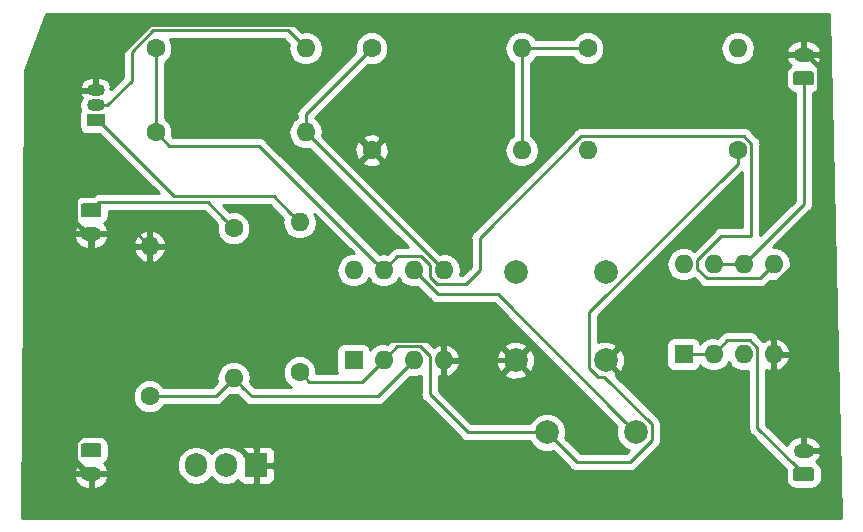
<source format=gtl>
G04 #@! TF.GenerationSoftware,KiCad,Pcbnew,(5.0.1)-rc2*
G04 #@! TF.CreationDate,2018-10-16T23:55:48-04:00*
G04 #@! TF.ProjectId,vco2,76636F322E6B696361645F7063620000,1*
G04 #@! TF.SameCoordinates,Original*
G04 #@! TF.FileFunction,Copper,L1,Top,Signal*
G04 #@! TF.FilePolarity,Positive*
%FSLAX46Y46*%
G04 Gerber Fmt 4.6, Leading zero omitted, Abs format (unit mm)*
G04 Created by KiCad (PCBNEW (5.0.1)-rc2) date 10/16/2018 11:55:48 PM*
%MOMM*%
%LPD*%
G01*
G04 APERTURE LIST*
G04 #@! TA.AperFunction,ComponentPad*
%ADD10C,1.600000*%
G04 #@! TD*
G04 #@! TA.AperFunction,ComponentPad*
%ADD11O,1.600000X1.600000*%
G04 #@! TD*
G04 #@! TA.AperFunction,ComponentPad*
%ADD12R,1.600000X1.600000*%
G04 #@! TD*
G04 #@! TA.AperFunction,ComponentPad*
%ADD13O,1.750000X1.200000*%
G04 #@! TD*
G04 #@! TA.AperFunction,Conductor*
%ADD14C,0.100000*%
G04 #@! TD*
G04 #@! TA.AperFunction,ComponentPad*
%ADD15C,1.200000*%
G04 #@! TD*
G04 #@! TA.AperFunction,ComponentPad*
%ADD16C,2.000000*%
G04 #@! TD*
G04 #@! TA.AperFunction,ComponentPad*
%ADD17O,1.500000X1.050000*%
G04 #@! TD*
G04 #@! TA.AperFunction,ComponentPad*
%ADD18R,1.500000X1.050000*%
G04 #@! TD*
G04 #@! TA.AperFunction,ComponentPad*
%ADD19R,1.905000X2.000000*%
G04 #@! TD*
G04 #@! TA.AperFunction,ComponentPad*
%ADD20O,1.905000X2.000000*%
G04 #@! TD*
G04 #@! TA.AperFunction,Conductor*
%ADD21C,0.254000*%
G04 #@! TD*
G04 #@! TA.AperFunction,Conductor*
%ADD22C,0.152400*%
G04 #@! TD*
G04 #@! TA.AperFunction,Conductor*
%ADD23C,0.508000*%
G04 #@! TD*
G04 #@! TA.AperFunction,Conductor*
%ADD24C,0.381000*%
G04 #@! TD*
G04 APERTURE END LIST*
D10*
G04 #@! TO.P,R12,1*
G04 #@! TO.N,GND*
X98044000Y-99060000D03*
D11*
G04 #@! TO.P,R12,2*
G04 #@! TO.N,Net-(R12-Pad2)*
X110744000Y-99060000D03*
G04 #@! TD*
D12*
G04 #@! TO.P,U4,1*
G04 #@! TO.N,Net-(J3-Pad1)*
X124460000Y-116332000D03*
D11*
G04 #@! TO.P,U4,5*
G04 #@! TO.N,Net-(R14-Pad1)*
X132080000Y-108712000D03*
G04 #@! TO.P,U4,2*
G04 #@! TO.N,Net-(J3-Pad1)*
X127000000Y-116332000D03*
G04 #@! TO.P,U4,6*
G04 #@! TO.N,Net-(J4-Pad1)*
X129540000Y-108712000D03*
G04 #@! TO.P,U4,3*
G04 #@! TO.N,Net-(C2-Pad1)*
X129540000Y-116332000D03*
G04 #@! TO.P,U4,7*
G04 #@! TO.N,Net-(J4-Pad1)*
X127000000Y-108712000D03*
G04 #@! TO.P,U4,4*
G04 #@! TO.N,GND*
X132080000Y-116332000D03*
G04 #@! TO.P,U4,8*
G04 #@! TO.N,+5V*
X124460000Y-108712000D03*
G04 #@! TD*
D13*
G04 #@! TO.P,J2,2*
G04 #@! TO.N,GND*
X74295000Y-126460000D03*
D14*
G04 #@! TD*
G04 #@! TO.N,Net-(J2-Pad1)*
G04 #@! TO.C,J2*
G36*
X74944505Y-123861204D02*
X74968773Y-123864804D01*
X74992572Y-123870765D01*
X75015671Y-123879030D01*
X75037850Y-123889520D01*
X75058893Y-123902132D01*
X75078599Y-123916747D01*
X75096777Y-123933223D01*
X75113253Y-123951401D01*
X75127868Y-123971107D01*
X75140480Y-123992150D01*
X75150970Y-124014329D01*
X75159235Y-124037428D01*
X75165196Y-124061227D01*
X75168796Y-124085495D01*
X75170000Y-124109999D01*
X75170000Y-124810001D01*
X75168796Y-124834505D01*
X75165196Y-124858773D01*
X75159235Y-124882572D01*
X75150970Y-124905671D01*
X75140480Y-124927850D01*
X75127868Y-124948893D01*
X75113253Y-124968599D01*
X75096777Y-124986777D01*
X75078599Y-125003253D01*
X75058893Y-125017868D01*
X75037850Y-125030480D01*
X75015671Y-125040970D01*
X74992572Y-125049235D01*
X74968773Y-125055196D01*
X74944505Y-125058796D01*
X74920001Y-125060000D01*
X73669999Y-125060000D01*
X73645495Y-125058796D01*
X73621227Y-125055196D01*
X73597428Y-125049235D01*
X73574329Y-125040970D01*
X73552150Y-125030480D01*
X73531107Y-125017868D01*
X73511401Y-125003253D01*
X73493223Y-124986777D01*
X73476747Y-124968599D01*
X73462132Y-124948893D01*
X73449520Y-124927850D01*
X73439030Y-124905671D01*
X73430765Y-124882572D01*
X73424804Y-124858773D01*
X73421204Y-124834505D01*
X73420000Y-124810001D01*
X73420000Y-124109999D01*
X73421204Y-124085495D01*
X73424804Y-124061227D01*
X73430765Y-124037428D01*
X73439030Y-124014329D01*
X73449520Y-123992150D01*
X73462132Y-123971107D01*
X73476747Y-123951401D01*
X73493223Y-123933223D01*
X73511401Y-123916747D01*
X73531107Y-123902132D01*
X73552150Y-123889520D01*
X73574329Y-123879030D01*
X73597428Y-123870765D01*
X73621227Y-123864804D01*
X73645495Y-123861204D01*
X73669999Y-123860000D01*
X74920001Y-123860000D01*
X74944505Y-123861204D01*
X74944505Y-123861204D01*
G37*
D15*
G04 #@! TO.P,J2,1*
G04 #@! TO.N,Net-(J2-Pad1)*
X74295000Y-124460000D03*
G04 #@! TD*
D11*
G04 #@! TO.P,U3,8*
G04 #@! TO.N,+5V*
X96520000Y-109220000D03*
G04 #@! TO.P,U3,4*
G04 #@! TO.N,GND*
X104140000Y-116840000D03*
G04 #@! TO.P,U3,7*
G04 #@! TO.N,Net-(R14-Pad1)*
X99060000Y-109220000D03*
G04 #@! TO.P,U3,3*
G04 #@! TO.N,Net-(R10-Pad1)*
X101600000Y-116840000D03*
G04 #@! TO.P,U3,6*
G04 #@! TO.N,Net-(C2-Pad1)*
X101600000Y-109220000D03*
G04 #@! TO.P,U3,2*
G04 #@! TO.N,Net-(C2-Pad2)*
X99060000Y-116840000D03*
G04 #@! TO.P,U3,5*
G04 #@! TO.N,Net-(R13-Pad1)*
X104140000Y-109220000D03*
D12*
G04 #@! TO.P,U3,1*
G04 #@! TO.N,Net-(C2-Pad1)*
X96520000Y-116840000D03*
G04 #@! TD*
D16*
G04 #@! TO.P,C3,1*
G04 #@! TO.N,GND*
X110236000Y-116840000D03*
G04 #@! TO.P,C3,2*
G04 #@! TO.N,+5V*
X110236000Y-109340000D03*
G04 #@! TD*
D11*
G04 #@! TO.P,R10,2*
G04 #@! TO.N,GND*
X79248000Y-107188000D03*
D10*
G04 #@! TO.P,R10,1*
G04 #@! TO.N,Net-(R10-Pad1)*
X79248000Y-119888000D03*
G04 #@! TD*
D11*
G04 #@! TO.P,R14,2*
G04 #@! TO.N,Net-(R13-Pad1)*
X92456000Y-97536000D03*
D10*
G04 #@! TO.P,R14,1*
G04 #@! TO.N,Net-(R14-Pad1)*
X79756000Y-97536000D03*
G04 #@! TD*
D17*
G04 #@! TO.P,Q3,2*
G04 #@! TO.N,Net-(Q3-Pad2)*
X74676000Y-95250000D03*
G04 #@! TO.P,Q3,3*
G04 #@! TO.N,GND*
X74676000Y-93980000D03*
D18*
G04 #@! TO.P,Q3,1*
G04 #@! TO.N,Net-(Q3-Pad1)*
X74676000Y-96520000D03*
G04 #@! TD*
D14*
G04 #@! TO.N,Net-(J1-Pad1)*
G04 #@! TO.C,J1*
G36*
X74944505Y-103541204D02*
X74968773Y-103544804D01*
X74992572Y-103550765D01*
X75015671Y-103559030D01*
X75037850Y-103569520D01*
X75058893Y-103582132D01*
X75078599Y-103596747D01*
X75096777Y-103613223D01*
X75113253Y-103631401D01*
X75127868Y-103651107D01*
X75140480Y-103672150D01*
X75150970Y-103694329D01*
X75159235Y-103717428D01*
X75165196Y-103741227D01*
X75168796Y-103765495D01*
X75170000Y-103789999D01*
X75170000Y-104490001D01*
X75168796Y-104514505D01*
X75165196Y-104538773D01*
X75159235Y-104562572D01*
X75150970Y-104585671D01*
X75140480Y-104607850D01*
X75127868Y-104628893D01*
X75113253Y-104648599D01*
X75096777Y-104666777D01*
X75078599Y-104683253D01*
X75058893Y-104697868D01*
X75037850Y-104710480D01*
X75015671Y-104720970D01*
X74992572Y-104729235D01*
X74968773Y-104735196D01*
X74944505Y-104738796D01*
X74920001Y-104740000D01*
X73669999Y-104740000D01*
X73645495Y-104738796D01*
X73621227Y-104735196D01*
X73597428Y-104729235D01*
X73574329Y-104720970D01*
X73552150Y-104710480D01*
X73531107Y-104697868D01*
X73511401Y-104683253D01*
X73493223Y-104666777D01*
X73476747Y-104648599D01*
X73462132Y-104628893D01*
X73449520Y-104607850D01*
X73439030Y-104585671D01*
X73430765Y-104562572D01*
X73424804Y-104538773D01*
X73421204Y-104514505D01*
X73420000Y-104490001D01*
X73420000Y-103789999D01*
X73421204Y-103765495D01*
X73424804Y-103741227D01*
X73430765Y-103717428D01*
X73439030Y-103694329D01*
X73449520Y-103672150D01*
X73462132Y-103651107D01*
X73476747Y-103631401D01*
X73493223Y-103613223D01*
X73511401Y-103596747D01*
X73531107Y-103582132D01*
X73552150Y-103569520D01*
X73574329Y-103559030D01*
X73597428Y-103550765D01*
X73621227Y-103544804D01*
X73645495Y-103541204D01*
X73669999Y-103540000D01*
X74920001Y-103540000D01*
X74944505Y-103541204D01*
X74944505Y-103541204D01*
G37*
D15*
G04 #@! TD*
G04 #@! TO.P,J1,1*
G04 #@! TO.N,Net-(J1-Pad1)*
X74295000Y-104140000D03*
D13*
G04 #@! TO.P,J1,2*
G04 #@! TO.N,GND*
X74295000Y-106140000D03*
G04 #@! TD*
D16*
G04 #@! TO.P,C2,1*
G04 #@! TO.N,Net-(C2-Pad1)*
X120396000Y-122936000D03*
G04 #@! TO.P,C2,2*
G04 #@! TO.N,Net-(C2-Pad2)*
X112896000Y-122936000D03*
G04 #@! TD*
G04 #@! TO.P,C4,2*
G04 #@! TO.N,+5V*
X117856000Y-109340000D03*
G04 #@! TO.P,C4,1*
G04 #@! TO.N,GND*
X117856000Y-116840000D03*
G04 #@! TD*
D10*
G04 #@! TO.P,R9,1*
G04 #@! TO.N,Net-(J1-Pad1)*
X86360000Y-105664000D03*
D11*
G04 #@! TO.P,R9,2*
G04 #@! TO.N,Net-(R10-Pad1)*
X86360000Y-118364000D03*
G04 #@! TD*
D10*
G04 #@! TO.P,R11,1*
G04 #@! TO.N,Net-(C2-Pad2)*
X91948000Y-117856000D03*
D11*
G04 #@! TO.P,R11,2*
G04 #@! TO.N,Net-(Q3-Pad1)*
X91948000Y-105156000D03*
G04 #@! TD*
D19*
G04 #@! TO.P,U5,1*
G04 #@! TO.N,GND*
X88265000Y-125730000D03*
D20*
G04 #@! TO.P,U5,2*
G04 #@! TO.N,+5V*
X85725000Y-125730000D03*
G04 #@! TO.P,U5,3*
G04 #@! TO.N,Net-(J2-Pad1)*
X83185000Y-125730000D03*
G04 #@! TD*
D13*
G04 #@! TO.P,J3,2*
G04 #@! TO.N,GND*
X134620000Y-124492000D03*
D14*
G04 #@! TD*
G04 #@! TO.N,Net-(J3-Pad1)*
G04 #@! TO.C,J3*
G36*
X135269505Y-125893204D02*
X135293773Y-125896804D01*
X135317572Y-125902765D01*
X135340671Y-125911030D01*
X135362850Y-125921520D01*
X135383893Y-125934132D01*
X135403599Y-125948747D01*
X135421777Y-125965223D01*
X135438253Y-125983401D01*
X135452868Y-126003107D01*
X135465480Y-126024150D01*
X135475970Y-126046329D01*
X135484235Y-126069428D01*
X135490196Y-126093227D01*
X135493796Y-126117495D01*
X135495000Y-126141999D01*
X135495000Y-126842001D01*
X135493796Y-126866505D01*
X135490196Y-126890773D01*
X135484235Y-126914572D01*
X135475970Y-126937671D01*
X135465480Y-126959850D01*
X135452868Y-126980893D01*
X135438253Y-127000599D01*
X135421777Y-127018777D01*
X135403599Y-127035253D01*
X135383893Y-127049868D01*
X135362850Y-127062480D01*
X135340671Y-127072970D01*
X135317572Y-127081235D01*
X135293773Y-127087196D01*
X135269505Y-127090796D01*
X135245001Y-127092000D01*
X133994999Y-127092000D01*
X133970495Y-127090796D01*
X133946227Y-127087196D01*
X133922428Y-127081235D01*
X133899329Y-127072970D01*
X133877150Y-127062480D01*
X133856107Y-127049868D01*
X133836401Y-127035253D01*
X133818223Y-127018777D01*
X133801747Y-127000599D01*
X133787132Y-126980893D01*
X133774520Y-126959850D01*
X133764030Y-126937671D01*
X133755765Y-126914572D01*
X133749804Y-126890773D01*
X133746204Y-126866505D01*
X133745000Y-126842001D01*
X133745000Y-126141999D01*
X133746204Y-126117495D01*
X133749804Y-126093227D01*
X133755765Y-126069428D01*
X133764030Y-126046329D01*
X133774520Y-126024150D01*
X133787132Y-126003107D01*
X133801747Y-125983401D01*
X133818223Y-125965223D01*
X133836401Y-125948747D01*
X133856107Y-125934132D01*
X133877150Y-125921520D01*
X133899329Y-125911030D01*
X133922428Y-125902765D01*
X133946227Y-125896804D01*
X133970495Y-125893204D01*
X133994999Y-125892000D01*
X135245001Y-125892000D01*
X135269505Y-125893204D01*
X135269505Y-125893204D01*
G37*
D15*
G04 #@! TO.P,J3,1*
G04 #@! TO.N,Net-(J3-Pad1)*
X134620000Y-126492000D03*
G04 #@! TD*
D14*
G04 #@! TO.N,Net-(J4-Pad1)*
G04 #@! TO.C,J4*
G36*
X135269505Y-92365204D02*
X135293773Y-92368804D01*
X135317572Y-92374765D01*
X135340671Y-92383030D01*
X135362850Y-92393520D01*
X135383893Y-92406132D01*
X135403599Y-92420747D01*
X135421777Y-92437223D01*
X135438253Y-92455401D01*
X135452868Y-92475107D01*
X135465480Y-92496150D01*
X135475970Y-92518329D01*
X135484235Y-92541428D01*
X135490196Y-92565227D01*
X135493796Y-92589495D01*
X135495000Y-92613999D01*
X135495000Y-93314001D01*
X135493796Y-93338505D01*
X135490196Y-93362773D01*
X135484235Y-93386572D01*
X135475970Y-93409671D01*
X135465480Y-93431850D01*
X135452868Y-93452893D01*
X135438253Y-93472599D01*
X135421777Y-93490777D01*
X135403599Y-93507253D01*
X135383893Y-93521868D01*
X135362850Y-93534480D01*
X135340671Y-93544970D01*
X135317572Y-93553235D01*
X135293773Y-93559196D01*
X135269505Y-93562796D01*
X135245001Y-93564000D01*
X133994999Y-93564000D01*
X133970495Y-93562796D01*
X133946227Y-93559196D01*
X133922428Y-93553235D01*
X133899329Y-93544970D01*
X133877150Y-93534480D01*
X133856107Y-93521868D01*
X133836401Y-93507253D01*
X133818223Y-93490777D01*
X133801747Y-93472599D01*
X133787132Y-93452893D01*
X133774520Y-93431850D01*
X133764030Y-93409671D01*
X133755765Y-93386572D01*
X133749804Y-93362773D01*
X133746204Y-93338505D01*
X133745000Y-93314001D01*
X133745000Y-92613999D01*
X133746204Y-92589495D01*
X133749804Y-92565227D01*
X133755765Y-92541428D01*
X133764030Y-92518329D01*
X133774520Y-92496150D01*
X133787132Y-92475107D01*
X133801747Y-92455401D01*
X133818223Y-92437223D01*
X133836401Y-92420747D01*
X133856107Y-92406132D01*
X133877150Y-92393520D01*
X133899329Y-92383030D01*
X133922428Y-92374765D01*
X133946227Y-92368804D01*
X133970495Y-92365204D01*
X133994999Y-92364000D01*
X135245001Y-92364000D01*
X135269505Y-92365204D01*
X135269505Y-92365204D01*
G37*
D15*
G04 #@! TD*
G04 #@! TO.P,J4,1*
G04 #@! TO.N,Net-(J4-Pad1)*
X134620000Y-92964000D03*
D13*
G04 #@! TO.P,J4,2*
G04 #@! TO.N,GND*
X134620000Y-90964000D03*
G04 #@! TD*
D11*
G04 #@! TO.P,R7,2*
G04 #@! TO.N,Net-(J1-Pad1)*
X116332000Y-99060000D03*
D10*
G04 #@! TO.P,R7,1*
G04 #@! TO.N,Net-(C2-Pad2)*
X129032000Y-99060000D03*
G04 #@! TD*
D11*
G04 #@! TO.P,R8,2*
G04 #@! TO.N,+5V*
X129032000Y-90424000D03*
D10*
G04 #@! TO.P,R8,1*
G04 #@! TO.N,Net-(R12-Pad2)*
X116332000Y-90424000D03*
G04 #@! TD*
G04 #@! TO.P,R13,1*
G04 #@! TO.N,Net-(R13-Pad1)*
X98044000Y-90424000D03*
D11*
G04 #@! TO.P,R13,2*
G04 #@! TO.N,Net-(R12-Pad2)*
X110744000Y-90424000D03*
G04 #@! TD*
D10*
G04 #@! TO.P,R15,1*
G04 #@! TO.N,Net-(R14-Pad1)*
X79756000Y-90424000D03*
D11*
G04 #@! TO.P,R15,2*
G04 #@! TO.N,Net-(Q3-Pad2)*
X92456000Y-90424000D03*
G04 #@! TD*
D21*
G04 #@! TO.N,Net-(C2-Pad1)*
X119396001Y-121936001D02*
X120396000Y-122936000D01*
X108712010Y-111252010D02*
X119396001Y-121936001D01*
X103632010Y-111252010D02*
X108712010Y-111252010D01*
X101600000Y-109220000D02*
X103632010Y-111252010D01*
D22*
G04 #@! TO.N,Net-(C2-Pad2)*
X99060000Y-117468000D02*
X99060000Y-116840000D01*
D21*
X102958999Y-116451117D02*
X102958999Y-119722999D01*
X102166881Y-115658999D02*
X102958999Y-116451117D01*
X99060000Y-116840000D02*
X100241001Y-115658999D01*
X100241001Y-115658999D02*
X102166881Y-115658999D01*
X106172000Y-122936000D02*
X112896000Y-122936000D01*
X102958999Y-119722999D02*
X106172000Y-122936000D01*
X98260001Y-117639999D02*
X99060000Y-116840000D01*
X97244001Y-118655999D02*
X98260001Y-117639999D01*
X92747999Y-118655999D02*
X97244001Y-118655999D01*
X91948000Y-117856000D02*
X92747999Y-118655999D01*
X129032000Y-100207882D02*
X129032000Y-100191370D01*
X116474999Y-117502881D02*
X116474999Y-112764883D01*
X117193119Y-118221001D02*
X116474999Y-117502881D01*
X117724883Y-118221001D02*
X117193119Y-118221001D01*
X121777001Y-122273119D02*
X117724883Y-118221001D01*
X121777001Y-123598881D02*
X121777001Y-122273119D01*
X119899882Y-125476000D02*
X121777001Y-123598881D01*
X116474999Y-112764883D02*
X129032000Y-100207882D01*
X115436000Y-125476000D02*
X119899882Y-125476000D01*
X129032000Y-100191370D02*
X129032000Y-99060000D01*
X112896000Y-122936000D02*
X115436000Y-125476000D01*
D23*
G04 #@! TO.N,GND*
X72911990Y-123796020D02*
X74788010Y-121920000D01*
X72911990Y-125351990D02*
X72911990Y-123796020D01*
X74295000Y-126460000D02*
X74020000Y-126460000D01*
X74020000Y-126460000D02*
X72911990Y-125351990D01*
X88265000Y-125682500D02*
X88265000Y-125730000D01*
X84502500Y-121920000D02*
X88265000Y-125682500D01*
X74788010Y-121920000D02*
X84502500Y-121920000D01*
X74788010Y-121920000D02*
X74295000Y-121426990D01*
D24*
X104140000Y-116840000D02*
X110236000Y-116840000D01*
X132080000Y-115200630D02*
X132080000Y-116332000D01*
X129655370Y-112776000D02*
X132080000Y-115200630D01*
X121920000Y-112776000D02*
X129655370Y-112776000D01*
X117856000Y-116840000D02*
X121920000Y-112776000D01*
X134895000Y-90964000D02*
X134620000Y-90964000D01*
X135939510Y-92008510D02*
X134895000Y-90964000D01*
X135939510Y-106694352D02*
X135939510Y-92008510D01*
X129857862Y-112776000D02*
X135939510Y-106694352D01*
X129655370Y-112776000D02*
X129857862Y-112776000D01*
X134620000Y-108013862D02*
X134620000Y-124492000D01*
X135939510Y-106694352D02*
X134620000Y-108013862D01*
X73545000Y-93980000D02*
X74676000Y-93980000D01*
X72975490Y-94549510D02*
X73545000Y-93980000D01*
X72975490Y-105095490D02*
X72975490Y-94549510D01*
X74020000Y-106140000D02*
X72975490Y-105095490D01*
X74295000Y-106140000D02*
X74020000Y-106140000D01*
X133364000Y-90964000D02*
X134620000Y-90964000D01*
X130728490Y-88328490D02*
X133364000Y-90964000D01*
X74676000Y-92947882D02*
X79295391Y-88328490D01*
X74676000Y-93980000D02*
X74676000Y-92947882D01*
X74523511Y-115087489D02*
X74295000Y-115316000D01*
X103518859Y-115087489D02*
X74523511Y-115087489D01*
X104140000Y-115708630D02*
X103518859Y-115087489D01*
X104140000Y-116840000D02*
X104140000Y-115708630D01*
D23*
X74295000Y-121426990D02*
X74295000Y-115316000D01*
X74295000Y-115316000D02*
X74295000Y-106140000D01*
D21*
X78200000Y-106140000D02*
X79248000Y-107188000D01*
X74295000Y-106140000D02*
X78200000Y-106140000D01*
X98843999Y-94132491D02*
X104648000Y-88328490D01*
X98843999Y-98260001D02*
X98843999Y-94132491D01*
X98044000Y-99060000D02*
X98843999Y-98260001D01*
D24*
X79295391Y-88328490D02*
X104648000Y-88328490D01*
X104648000Y-88328490D02*
X130728490Y-88328490D01*
D21*
G04 #@! TO.N,Net-(J1-Pad1)*
X85560001Y-104864001D02*
X86360000Y-105664000D01*
X84165290Y-103469290D02*
X85560001Y-104864001D01*
X74965710Y-103469290D02*
X84165290Y-103469290D01*
X74295000Y-104140000D02*
X74965710Y-103469290D01*
G04 #@! TO.N,Net-(J3-Pad1)*
X133261001Y-125133001D02*
X133949290Y-125821290D01*
X133949290Y-125821290D02*
X134620000Y-126492000D01*
X130721001Y-122593001D02*
X133949290Y-125821290D01*
X130721001Y-115765119D02*
X130721001Y-122593001D01*
X130106881Y-115150999D02*
X130721001Y-115765119D01*
X128181001Y-115150999D02*
X130106881Y-115150999D01*
X127000000Y-116332000D02*
X128181001Y-115150999D01*
X124460000Y-116332000D02*
X127000000Y-116332000D01*
G04 #@! TO.N,Net-(J4-Pad1)*
X127000000Y-108712000D02*
X129540000Y-108712000D01*
X129540000Y-108712000D02*
X134620000Y-103632000D01*
X134620000Y-103632000D02*
X134620000Y-103124000D01*
X134620000Y-103124000D02*
X134620000Y-92964000D01*
G04 #@! TO.N,Net-(Q3-Pad2)*
X92456000Y-90424000D02*
X90932000Y-88900000D01*
X79532118Y-88900000D02*
X77724000Y-90708118D01*
X90932000Y-88900000D02*
X79532118Y-88900000D01*
X75680000Y-95250000D02*
X74676000Y-95250000D01*
X77724000Y-93206000D02*
X75680000Y-95250000D01*
X77724000Y-90708118D02*
X77724000Y-93206000D01*
G04 #@! TO.N,Net-(Q3-Pad1)*
X91148001Y-104356001D02*
X91948000Y-105156000D01*
X89753280Y-102961280D02*
X91148001Y-104356001D01*
X81342280Y-102961280D02*
X89753280Y-102961280D01*
X74901000Y-96520000D02*
X81342280Y-102961280D01*
X74676000Y-96520000D02*
X74901000Y-96520000D01*
G04 #@! TO.N,Net-(R12-Pad2)*
X110744000Y-90424000D02*
X116332000Y-90424000D01*
X110744000Y-90424000D02*
X110744000Y-99060000D01*
G04 #@! TO.N,Net-(R10-Pad1)*
X84836000Y-119888000D02*
X86360000Y-118364000D01*
X79248000Y-119888000D02*
X84836000Y-119888000D01*
X87159999Y-119163999D02*
X86360000Y-118364000D01*
X87884000Y-119888000D02*
X87159999Y-119163999D01*
X98552000Y-119888000D02*
X87884000Y-119888000D01*
X101600000Y-116840000D02*
X98552000Y-119888000D01*
G04 #@! TO.N,Net-(R13-Pad1)*
X92456000Y-96012000D02*
X98044000Y-90424000D01*
X92456000Y-97536000D02*
X92456000Y-96012000D01*
X92456000Y-97536000D02*
X104140000Y-109220000D01*
G04 #@! TO.N,Net-(R14-Pad1)*
X79756000Y-90424000D02*
X79756000Y-97536000D01*
X98260001Y-108420001D02*
X99060000Y-109220000D01*
X88557001Y-98717001D02*
X98260001Y-108420001D01*
X80937001Y-98717001D02*
X88557001Y-98717001D01*
X79756000Y-97536000D02*
X80937001Y-98717001D01*
X99060000Y-109220000D02*
X100241001Y-108038999D01*
X100241001Y-108038999D02*
X102240565Y-108038999D01*
X107187990Y-106456128D02*
X115765119Y-97878999D01*
X102240565Y-108038999D02*
X102958999Y-108757433D01*
X102958999Y-108757433D02*
X102958999Y-109786881D01*
X102958999Y-109786881D02*
X103573119Y-110401001D01*
X106006999Y-110401001D02*
X107187990Y-109220010D01*
X107187990Y-109220010D02*
X107187990Y-106456128D01*
X115765119Y-97878999D02*
X129598881Y-97878999D01*
X103573119Y-110401001D02*
X106006999Y-110401001D01*
X129598881Y-97878999D02*
X130213001Y-98493119D01*
X130213001Y-98493119D02*
X130213001Y-106291117D01*
X130898999Y-109893001D02*
X132080000Y-108712000D01*
X126433119Y-109893001D02*
X130898999Y-109893001D01*
X125641001Y-109100883D02*
X126433119Y-109893001D01*
X125641001Y-108323117D02*
X125641001Y-109100883D01*
X127673001Y-106291117D02*
X125641001Y-108323117D01*
X130213001Y-106291117D02*
X127673001Y-106291117D01*
G04 #@! TD*
G04 #@! TO.N,GND*
G36*
X137791959Y-130175000D02*
X68453849Y-130175000D01*
X68476498Y-126777609D01*
X72826538Y-126777609D01*
X72830408Y-126815281D01*
X73056920Y-127243474D01*
X73430053Y-127552390D01*
X73893000Y-127695000D01*
X74168000Y-127695000D01*
X74168000Y-126587000D01*
X74422000Y-126587000D01*
X74422000Y-127695000D01*
X74697000Y-127695000D01*
X75159947Y-127552390D01*
X75533080Y-127243474D01*
X75759592Y-126815281D01*
X75763462Y-126777609D01*
X75638731Y-126587000D01*
X74422000Y-126587000D01*
X74168000Y-126587000D01*
X72951269Y-126587000D01*
X72826538Y-126777609D01*
X68476498Y-126777609D01*
X68494282Y-124109999D01*
X72772560Y-124109999D01*
X72772560Y-124810001D01*
X72840873Y-125153436D01*
X73035414Y-125444586D01*
X73202347Y-125556127D01*
X73056920Y-125676526D01*
X72830408Y-126104719D01*
X72826538Y-126142391D01*
X72951269Y-126333000D01*
X74168000Y-126333000D01*
X74168000Y-126313000D01*
X74422000Y-126313000D01*
X74422000Y-126333000D01*
X75638731Y-126333000D01*
X75763462Y-126142391D01*
X75759592Y-126104719D01*
X75533080Y-125676526D01*
X75387653Y-125556127D01*
X75432516Y-125526150D01*
X81597500Y-125526150D01*
X81597500Y-125933849D01*
X81689609Y-126396910D01*
X82040477Y-126922023D01*
X82565589Y-127272891D01*
X83185000Y-127396100D01*
X83804410Y-127272891D01*
X84329523Y-126922023D01*
X84455000Y-126734233D01*
X84580477Y-126922023D01*
X85105589Y-127272891D01*
X85725000Y-127396100D01*
X86344410Y-127272891D01*
X86740444Y-127008270D01*
X86774173Y-127089699D01*
X86952802Y-127268327D01*
X87186191Y-127365000D01*
X87979250Y-127365000D01*
X88138000Y-127206250D01*
X88138000Y-125857000D01*
X88392000Y-125857000D01*
X88392000Y-127206250D01*
X88550750Y-127365000D01*
X89343809Y-127365000D01*
X89577198Y-127268327D01*
X89755827Y-127089699D01*
X89852500Y-126856310D01*
X89852500Y-126015750D01*
X89693750Y-125857000D01*
X88392000Y-125857000D01*
X88138000Y-125857000D01*
X88118000Y-125857000D01*
X88118000Y-125603000D01*
X88138000Y-125603000D01*
X88138000Y-124253750D01*
X88392000Y-124253750D01*
X88392000Y-125603000D01*
X89693750Y-125603000D01*
X89852500Y-125444250D01*
X89852500Y-124603690D01*
X89755827Y-124370301D01*
X89577198Y-124191673D01*
X89343809Y-124095000D01*
X88550750Y-124095000D01*
X88392000Y-124253750D01*
X88138000Y-124253750D01*
X87979250Y-124095000D01*
X87186191Y-124095000D01*
X86952802Y-124191673D01*
X86774173Y-124370301D01*
X86740444Y-124451729D01*
X86344411Y-124187109D01*
X85725000Y-124063900D01*
X85105590Y-124187109D01*
X84580477Y-124537977D01*
X84455000Y-124725767D01*
X84329523Y-124537977D01*
X83804411Y-124187109D01*
X83185000Y-124063900D01*
X82565590Y-124187109D01*
X82040477Y-124537977D01*
X81689609Y-125063089D01*
X81597500Y-125526150D01*
X75432516Y-125526150D01*
X75554586Y-125444586D01*
X75749127Y-125153436D01*
X75817440Y-124810001D01*
X75817440Y-124109999D01*
X75749127Y-123766564D01*
X75554586Y-123475414D01*
X75263436Y-123280873D01*
X74920001Y-123212560D01*
X73669999Y-123212560D01*
X73326564Y-123280873D01*
X73035414Y-123475414D01*
X72840873Y-123766564D01*
X72772560Y-124109999D01*
X68494282Y-124109999D01*
X68604767Y-107537041D01*
X77856086Y-107537041D01*
X78095611Y-108043134D01*
X78510577Y-108419041D01*
X78898961Y-108579904D01*
X79121000Y-108457915D01*
X79121000Y-107315000D01*
X79375000Y-107315000D01*
X79375000Y-108457915D01*
X79597039Y-108579904D01*
X79985423Y-108419041D01*
X80400389Y-108043134D01*
X80639914Y-107537041D01*
X80518629Y-107315000D01*
X79375000Y-107315000D01*
X79121000Y-107315000D01*
X77977371Y-107315000D01*
X77856086Y-107537041D01*
X68604767Y-107537041D01*
X68611964Y-106457609D01*
X72826538Y-106457609D01*
X72830408Y-106495281D01*
X73056920Y-106923474D01*
X73430053Y-107232390D01*
X73893000Y-107375000D01*
X74168000Y-107375000D01*
X74168000Y-106267000D01*
X74422000Y-106267000D01*
X74422000Y-107375000D01*
X74697000Y-107375000D01*
X75159947Y-107232390D01*
X75533080Y-106923474D01*
X75577788Y-106838959D01*
X77856086Y-106838959D01*
X77977371Y-107061000D01*
X79121000Y-107061000D01*
X79121000Y-105918085D01*
X79375000Y-105918085D01*
X79375000Y-107061000D01*
X80518629Y-107061000D01*
X80639914Y-106838959D01*
X80400389Y-106332866D01*
X79985423Y-105956959D01*
X79597039Y-105796096D01*
X79375000Y-105918085D01*
X79121000Y-105918085D01*
X78898961Y-105796096D01*
X78510577Y-105956959D01*
X78095611Y-106332866D01*
X77856086Y-106838959D01*
X75577788Y-106838959D01*
X75759592Y-106495281D01*
X75763462Y-106457609D01*
X75638731Y-106267000D01*
X74422000Y-106267000D01*
X74168000Y-106267000D01*
X72951269Y-106267000D01*
X72826538Y-106457609D01*
X68611964Y-106457609D01*
X68629749Y-103789999D01*
X72772560Y-103789999D01*
X72772560Y-104490001D01*
X72840873Y-104833436D01*
X73035414Y-105124586D01*
X73202347Y-105236127D01*
X73056920Y-105356526D01*
X72830408Y-105784719D01*
X72826538Y-105822391D01*
X72951269Y-106013000D01*
X74168000Y-106013000D01*
X74168000Y-105993000D01*
X74422000Y-105993000D01*
X74422000Y-106013000D01*
X75638731Y-106013000D01*
X75763462Y-105822391D01*
X75759592Y-105784719D01*
X75533080Y-105356526D01*
X75387653Y-105236127D01*
X75554586Y-105124586D01*
X75749127Y-104833436D01*
X75817440Y-104490001D01*
X75817440Y-104231290D01*
X83849660Y-104231290D01*
X84946068Y-105327699D01*
X84925000Y-105378561D01*
X84925000Y-105949439D01*
X85143466Y-106476862D01*
X85547138Y-106880534D01*
X86074561Y-107099000D01*
X86645439Y-107099000D01*
X87172862Y-106880534D01*
X87576534Y-106476862D01*
X87795000Y-105949439D01*
X87795000Y-105378561D01*
X87576534Y-104851138D01*
X87172862Y-104447466D01*
X86645439Y-104229000D01*
X86074561Y-104229000D01*
X86023699Y-104250068D01*
X85496911Y-103723280D01*
X89437650Y-103723280D01*
X90548843Y-104834474D01*
X90484887Y-105156000D01*
X90596260Y-105715909D01*
X90913423Y-106190577D01*
X91388091Y-106507740D01*
X91806667Y-106591000D01*
X92089333Y-106591000D01*
X92507909Y-106507740D01*
X92982577Y-106190577D01*
X93299740Y-105715909D01*
X93411113Y-105156000D01*
X93299740Y-104596091D01*
X93181496Y-104419127D01*
X96547369Y-107785000D01*
X96378667Y-107785000D01*
X95960091Y-107868260D01*
X95485423Y-108185423D01*
X95168260Y-108660091D01*
X95056887Y-109220000D01*
X95168260Y-109779909D01*
X95485423Y-110254577D01*
X95960091Y-110571740D01*
X96378667Y-110655000D01*
X96661333Y-110655000D01*
X97079909Y-110571740D01*
X97554577Y-110254577D01*
X97790000Y-109902242D01*
X98025423Y-110254577D01*
X98500091Y-110571740D01*
X98918667Y-110655000D01*
X99201333Y-110655000D01*
X99619909Y-110571740D01*
X100094577Y-110254577D01*
X100330000Y-109902242D01*
X100565423Y-110254577D01*
X101040091Y-110571740D01*
X101458667Y-110655000D01*
X101741333Y-110655000D01*
X101921527Y-110619157D01*
X103040127Y-111737758D01*
X103082639Y-111801381D01*
X103334693Y-111969798D01*
X103556962Y-112014010D01*
X103556966Y-112014010D01*
X103632009Y-112028937D01*
X103707052Y-112014010D01*
X108396380Y-112014010D01*
X118828994Y-122446625D01*
X118761000Y-122610778D01*
X118761000Y-123261222D01*
X119009914Y-123862153D01*
X119469847Y-124322086D01*
X119827868Y-124470383D01*
X119584252Y-124714000D01*
X115751630Y-124714000D01*
X114463005Y-123425375D01*
X114531000Y-123261222D01*
X114531000Y-122610778D01*
X114282086Y-122009847D01*
X113822153Y-121549914D01*
X113221222Y-121301000D01*
X112570778Y-121301000D01*
X111969847Y-121549914D01*
X111509914Y-122009847D01*
X111441920Y-122174000D01*
X106487631Y-122174000D01*
X103720999Y-119407369D01*
X103720999Y-118202927D01*
X103790961Y-118231904D01*
X104013000Y-118109915D01*
X104013000Y-116967000D01*
X104267000Y-116967000D01*
X104267000Y-118109915D01*
X104489039Y-118231904D01*
X104877423Y-118071041D01*
X104964089Y-117992532D01*
X109263073Y-117992532D01*
X109361736Y-118259387D01*
X109971461Y-118485908D01*
X110621460Y-118461856D01*
X111110264Y-118259387D01*
X111208927Y-117992532D01*
X110236000Y-117019605D01*
X109263073Y-117992532D01*
X104964089Y-117992532D01*
X105292389Y-117695134D01*
X105531914Y-117189041D01*
X105410629Y-116967000D01*
X104267000Y-116967000D01*
X104013000Y-116967000D01*
X103993000Y-116967000D01*
X103993000Y-116713000D01*
X104013000Y-116713000D01*
X104013000Y-115570085D01*
X104267000Y-115570085D01*
X104267000Y-116713000D01*
X105410629Y-116713000D01*
X105485756Y-116575461D01*
X108590092Y-116575461D01*
X108614144Y-117225460D01*
X108816613Y-117714264D01*
X109083468Y-117812927D01*
X110056395Y-116840000D01*
X110415605Y-116840000D01*
X111388532Y-117812927D01*
X111655387Y-117714264D01*
X111881908Y-117104539D01*
X111857856Y-116454540D01*
X111655387Y-115965736D01*
X111388532Y-115867073D01*
X110415605Y-116840000D01*
X110056395Y-116840000D01*
X109083468Y-115867073D01*
X108816613Y-115965736D01*
X108590092Y-116575461D01*
X105485756Y-116575461D01*
X105531914Y-116490959D01*
X105292389Y-115984866D01*
X104964090Y-115687468D01*
X109263073Y-115687468D01*
X110236000Y-116660395D01*
X111208927Y-115687468D01*
X111110264Y-115420613D01*
X110500539Y-115194092D01*
X109850540Y-115218144D01*
X109361736Y-115420613D01*
X109263073Y-115687468D01*
X104964090Y-115687468D01*
X104877423Y-115608959D01*
X104489039Y-115448096D01*
X104267000Y-115570085D01*
X104013000Y-115570085D01*
X103790961Y-115448096D01*
X103402577Y-115608959D01*
X103293385Y-115707873D01*
X102758764Y-115173252D01*
X102716252Y-115109628D01*
X102464198Y-114941211D01*
X102241929Y-114896999D01*
X102241924Y-114896999D01*
X102166881Y-114882072D01*
X102091838Y-114896999D01*
X100316048Y-114896999D01*
X100241001Y-114882071D01*
X100165954Y-114896999D01*
X100165953Y-114896999D01*
X99943684Y-114941211D01*
X99691630Y-115109628D01*
X99649119Y-115173250D01*
X99381527Y-115440843D01*
X99201333Y-115405000D01*
X98918667Y-115405000D01*
X98500091Y-115488260D01*
X98025423Y-115805423D01*
X97944785Y-115926106D01*
X97918157Y-115792235D01*
X97777809Y-115582191D01*
X97567765Y-115441843D01*
X97320000Y-115392560D01*
X95720000Y-115392560D01*
X95472235Y-115441843D01*
X95262191Y-115582191D01*
X95121843Y-115792235D01*
X95072560Y-116040000D01*
X95072560Y-117640000D01*
X95121843Y-117887765D01*
X95126008Y-117893999D01*
X93383000Y-117893999D01*
X93383000Y-117570561D01*
X93164534Y-117043138D01*
X92760862Y-116639466D01*
X92233439Y-116421000D01*
X91662561Y-116421000D01*
X91135138Y-116639466D01*
X90731466Y-117043138D01*
X90513000Y-117570561D01*
X90513000Y-118141439D01*
X90731466Y-118668862D01*
X91135138Y-119072534D01*
X91264216Y-119126000D01*
X88199631Y-119126000D01*
X87759157Y-118685527D01*
X87823113Y-118364000D01*
X87711740Y-117804091D01*
X87394577Y-117329423D01*
X86919909Y-117012260D01*
X86501333Y-116929000D01*
X86218667Y-116929000D01*
X85800091Y-117012260D01*
X85325423Y-117329423D01*
X85008260Y-117804091D01*
X84896887Y-118364000D01*
X84960843Y-118685527D01*
X84520370Y-119126000D01*
X80485602Y-119126000D01*
X80464534Y-119075138D01*
X80060862Y-118671466D01*
X79533439Y-118453000D01*
X78962561Y-118453000D01*
X78435138Y-118671466D01*
X78031466Y-119075138D01*
X77813000Y-119602561D01*
X77813000Y-120173439D01*
X78031466Y-120700862D01*
X78435138Y-121104534D01*
X78962561Y-121323000D01*
X79533439Y-121323000D01*
X80060862Y-121104534D01*
X80464534Y-120700862D01*
X80485602Y-120650000D01*
X84760957Y-120650000D01*
X84836000Y-120664927D01*
X84911043Y-120650000D01*
X84911048Y-120650000D01*
X85133317Y-120605788D01*
X85385371Y-120437371D01*
X85427884Y-120373746D01*
X86038473Y-119763157D01*
X86218667Y-119799000D01*
X86501333Y-119799000D01*
X86681527Y-119763157D01*
X87292118Y-120373749D01*
X87334629Y-120437371D01*
X87586683Y-120605788D01*
X87808952Y-120650000D01*
X87808956Y-120650000D01*
X87883999Y-120664927D01*
X87959042Y-120650000D01*
X98476957Y-120650000D01*
X98552000Y-120664927D01*
X98627043Y-120650000D01*
X98627048Y-120650000D01*
X98849317Y-120605788D01*
X99101371Y-120437371D01*
X99143883Y-120373747D01*
X101278473Y-118239157D01*
X101458667Y-118275000D01*
X101741333Y-118275000D01*
X102159909Y-118191740D01*
X102197000Y-118166957D01*
X102197000Y-119647951D01*
X102182072Y-119722999D01*
X102197000Y-119798047D01*
X102241212Y-120020316D01*
X102409629Y-120272370D01*
X102473250Y-120314880D01*
X105580117Y-123421748D01*
X105622629Y-123485371D01*
X105874683Y-123653788D01*
X106096952Y-123698000D01*
X106096953Y-123698000D01*
X106172000Y-123712928D01*
X106247047Y-123698000D01*
X111441920Y-123698000D01*
X111509914Y-123862153D01*
X111969847Y-124322086D01*
X112570778Y-124571000D01*
X113221222Y-124571000D01*
X113385375Y-124503005D01*
X114844116Y-125961746D01*
X114886629Y-126025371D01*
X115061175Y-126141999D01*
X115138681Y-126193787D01*
X115138682Y-126193787D01*
X115138683Y-126193788D01*
X115360952Y-126238000D01*
X115360956Y-126238000D01*
X115435999Y-126252927D01*
X115511042Y-126238000D01*
X119824839Y-126238000D01*
X119899882Y-126252927D01*
X119974925Y-126238000D01*
X119974930Y-126238000D01*
X120197199Y-126193788D01*
X120449253Y-126025371D01*
X120491765Y-125961747D01*
X122262751Y-124190762D01*
X122326372Y-124148252D01*
X122494789Y-123896198D01*
X122539001Y-123673929D01*
X122539001Y-123673925D01*
X122553928Y-123598882D01*
X122539001Y-123523839D01*
X122539001Y-122348161D01*
X122553928Y-122273118D01*
X122539001Y-122198075D01*
X122539001Y-122198071D01*
X122494789Y-121975802D01*
X122427579Y-121875214D01*
X122368883Y-121787370D01*
X122326372Y-121723748D01*
X122262750Y-121681237D01*
X118760127Y-118178615D01*
X118828927Y-117992532D01*
X117856000Y-117019605D01*
X117841858Y-117033748D01*
X117662253Y-116854143D01*
X117676395Y-116840000D01*
X118035605Y-116840000D01*
X119008532Y-117812927D01*
X119275387Y-117714264D01*
X119501908Y-117104539D01*
X119477856Y-116454540D01*
X119275387Y-115965736D01*
X119008532Y-115867073D01*
X118035605Y-116840000D01*
X117676395Y-116840000D01*
X117662253Y-116825858D01*
X117841858Y-116646253D01*
X117856000Y-116660395D01*
X118828927Y-115687468D01*
X118771447Y-115532000D01*
X123012560Y-115532000D01*
X123012560Y-117132000D01*
X123061843Y-117379765D01*
X123202191Y-117589809D01*
X123412235Y-117730157D01*
X123660000Y-117779440D01*
X125260000Y-117779440D01*
X125507765Y-117730157D01*
X125717809Y-117589809D01*
X125858157Y-117379765D01*
X125884785Y-117245894D01*
X125965423Y-117366577D01*
X126440091Y-117683740D01*
X126858667Y-117767000D01*
X127141333Y-117767000D01*
X127559909Y-117683740D01*
X128034577Y-117366577D01*
X128270000Y-117014242D01*
X128505423Y-117366577D01*
X128980091Y-117683740D01*
X129398667Y-117767000D01*
X129681333Y-117767000D01*
X129959001Y-117711768D01*
X129959002Y-122517953D01*
X129944074Y-122593001D01*
X130003214Y-122890318D01*
X130109941Y-123050046D01*
X130171631Y-123142372D01*
X130235252Y-123184882D01*
X133075739Y-126025370D01*
X133113290Y-126062920D01*
X133097560Y-126141999D01*
X133097560Y-126842001D01*
X133165873Y-127185436D01*
X133360414Y-127476586D01*
X133651564Y-127671127D01*
X133994999Y-127739440D01*
X135245001Y-127739440D01*
X135588436Y-127671127D01*
X135879586Y-127476586D01*
X136074127Y-127185436D01*
X136142440Y-126842001D01*
X136142440Y-126141999D01*
X136074127Y-125798564D01*
X135879586Y-125507414D01*
X135712653Y-125395873D01*
X135858080Y-125275474D01*
X136084592Y-124847281D01*
X136088462Y-124809609D01*
X135963731Y-124619000D01*
X134747000Y-124619000D01*
X134747000Y-124639000D01*
X134493000Y-124639000D01*
X134493000Y-124619000D01*
X134473000Y-124619000D01*
X134473000Y-124365000D01*
X134493000Y-124365000D01*
X134493000Y-123257000D01*
X134747000Y-123257000D01*
X134747000Y-124365000D01*
X135963731Y-124365000D01*
X136088462Y-124174391D01*
X136084592Y-124136719D01*
X135858080Y-123708526D01*
X135484947Y-123399610D01*
X135022000Y-123257000D01*
X134747000Y-123257000D01*
X134493000Y-123257000D01*
X134218000Y-123257000D01*
X133755053Y-123399610D01*
X133381920Y-123708526D01*
X133220085Y-124014455D01*
X131483001Y-122277371D01*
X131483001Y-117621203D01*
X131730961Y-117723904D01*
X131953000Y-117601915D01*
X131953000Y-116459000D01*
X132207000Y-116459000D01*
X132207000Y-117601915D01*
X132429039Y-117723904D01*
X132817423Y-117563041D01*
X133232389Y-117187134D01*
X133471914Y-116681041D01*
X133350629Y-116459000D01*
X132207000Y-116459000D01*
X131953000Y-116459000D01*
X131933000Y-116459000D01*
X131933000Y-116205000D01*
X131953000Y-116205000D01*
X131953000Y-115062085D01*
X132207000Y-115062085D01*
X132207000Y-116205000D01*
X133350629Y-116205000D01*
X133471914Y-115982959D01*
X133232389Y-115476866D01*
X132817423Y-115100959D01*
X132429039Y-114940096D01*
X132207000Y-115062085D01*
X131953000Y-115062085D01*
X131730961Y-114940096D01*
X131342577Y-115100959D01*
X131239000Y-115194786D01*
X131206751Y-115173238D01*
X130698764Y-114665252D01*
X130656252Y-114601628D01*
X130404198Y-114433211D01*
X130181929Y-114388999D01*
X130181924Y-114388999D01*
X130106881Y-114374072D01*
X130031838Y-114388999D01*
X128256048Y-114388999D01*
X128181001Y-114374071D01*
X128105954Y-114388999D01*
X128105953Y-114388999D01*
X127883684Y-114433211D01*
X127631630Y-114601628D01*
X127589119Y-114665250D01*
X127321527Y-114932843D01*
X127141333Y-114897000D01*
X126858667Y-114897000D01*
X126440091Y-114980260D01*
X125965423Y-115297423D01*
X125884785Y-115418106D01*
X125858157Y-115284235D01*
X125717809Y-115074191D01*
X125507765Y-114933843D01*
X125260000Y-114884560D01*
X123660000Y-114884560D01*
X123412235Y-114933843D01*
X123202191Y-115074191D01*
X123061843Y-115284235D01*
X123012560Y-115532000D01*
X118771447Y-115532000D01*
X118730264Y-115420613D01*
X118120539Y-115194092D01*
X117470540Y-115218144D01*
X117236999Y-115314880D01*
X117236999Y-113080513D01*
X129451001Y-100866512D01*
X129451002Y-105529117D01*
X127748044Y-105529117D01*
X127673001Y-105514190D01*
X127597958Y-105529117D01*
X127597953Y-105529117D01*
X127375684Y-105573329D01*
X127123630Y-105741746D01*
X127081119Y-105805368D01*
X125323425Y-107563063D01*
X125019909Y-107360260D01*
X124601333Y-107277000D01*
X124318667Y-107277000D01*
X123900091Y-107360260D01*
X123425423Y-107677423D01*
X123108260Y-108152091D01*
X122996887Y-108712000D01*
X123108260Y-109271909D01*
X123425423Y-109746577D01*
X123900091Y-110063740D01*
X124318667Y-110147000D01*
X124601333Y-110147000D01*
X125019909Y-110063740D01*
X125323425Y-109860937D01*
X125841237Y-110378750D01*
X125883748Y-110442372D01*
X126135802Y-110610789D01*
X126358071Y-110655001D01*
X126358075Y-110655001D01*
X126433118Y-110669928D01*
X126508161Y-110655001D01*
X130823956Y-110655001D01*
X130898999Y-110669928D01*
X130974042Y-110655001D01*
X130974047Y-110655001D01*
X131196316Y-110610789D01*
X131448370Y-110442372D01*
X131490882Y-110378748D01*
X131758473Y-110111157D01*
X131938667Y-110147000D01*
X132221333Y-110147000D01*
X132639909Y-110063740D01*
X133114577Y-109746577D01*
X133431740Y-109271909D01*
X133543113Y-108712000D01*
X133431740Y-108152091D01*
X133114577Y-107677423D01*
X132639909Y-107360260D01*
X132221333Y-107277000D01*
X132052630Y-107277000D01*
X135105750Y-104223881D01*
X135169371Y-104181371D01*
X135337788Y-103929317D01*
X135382000Y-103707048D01*
X135382000Y-103707043D01*
X135396927Y-103632000D01*
X135382000Y-103556957D01*
X135382000Y-94184189D01*
X135588436Y-94143127D01*
X135879586Y-93948586D01*
X136074127Y-93657436D01*
X136142440Y-93314001D01*
X136142440Y-92613999D01*
X136074127Y-92270564D01*
X135879586Y-91979414D01*
X135712653Y-91867873D01*
X135858080Y-91747474D01*
X136084592Y-91319281D01*
X136088462Y-91281609D01*
X135963731Y-91091000D01*
X134747000Y-91091000D01*
X134747000Y-91111000D01*
X134493000Y-91111000D01*
X134493000Y-91091000D01*
X133276269Y-91091000D01*
X133151538Y-91281609D01*
X133155408Y-91319281D01*
X133381920Y-91747474D01*
X133527347Y-91867873D01*
X133360414Y-91979414D01*
X133165873Y-92270564D01*
X133097560Y-92613999D01*
X133097560Y-93314001D01*
X133165873Y-93657436D01*
X133360414Y-93948586D01*
X133651564Y-94143127D01*
X133858001Y-94184190D01*
X133858000Y-103048952D01*
X133858000Y-103316369D01*
X130975001Y-106199369D01*
X130975001Y-98568166D01*
X130989929Y-98493119D01*
X130961234Y-98348862D01*
X130930789Y-98195802D01*
X130834874Y-98052255D01*
X130804883Y-98007370D01*
X130762372Y-97943748D01*
X130698751Y-97901238D01*
X130190764Y-97393252D01*
X130148252Y-97329628D01*
X129896198Y-97161211D01*
X129673929Y-97116999D01*
X129673924Y-97116999D01*
X129598881Y-97102072D01*
X129523838Y-97116999D01*
X115840161Y-97116999D01*
X115765118Y-97102072D01*
X115690075Y-97116999D01*
X115690071Y-97116999D01*
X115467802Y-97161211D01*
X115467801Y-97161212D01*
X115467800Y-97161212D01*
X115353196Y-97237788D01*
X115215748Y-97329628D01*
X115173237Y-97393250D01*
X106702241Y-105864247D01*
X106638620Y-105906757D01*
X106596109Y-105970379D01*
X106596108Y-105970380D01*
X106470203Y-106158811D01*
X106411063Y-106456128D01*
X106425991Y-106531176D01*
X106425990Y-108904380D01*
X105691369Y-109639001D01*
X105519768Y-109639001D01*
X105603113Y-109220000D01*
X105491740Y-108660091D01*
X105174577Y-108185423D01*
X104699909Y-107868260D01*
X104281333Y-107785000D01*
X103998667Y-107785000D01*
X103818474Y-107820843D01*
X96065376Y-100067745D01*
X97215861Y-100067745D01*
X97289995Y-100313864D01*
X97827223Y-100506965D01*
X98397454Y-100479778D01*
X98798005Y-100313864D01*
X98872139Y-100067745D01*
X98044000Y-99239605D01*
X97215861Y-100067745D01*
X96065376Y-100067745D01*
X94840854Y-98843223D01*
X96597035Y-98843223D01*
X96624222Y-99413454D01*
X96790136Y-99814005D01*
X97036255Y-99888139D01*
X97864395Y-99060000D01*
X98223605Y-99060000D01*
X99051745Y-99888139D01*
X99297864Y-99814005D01*
X99490965Y-99276777D01*
X99463778Y-98706546D01*
X99297864Y-98305995D01*
X99051745Y-98231861D01*
X98223605Y-99060000D01*
X97864395Y-99060000D01*
X97036255Y-98231861D01*
X96790136Y-98305995D01*
X96597035Y-98843223D01*
X94840854Y-98843223D01*
X94049886Y-98052255D01*
X97215861Y-98052255D01*
X98044000Y-98880395D01*
X98872139Y-98052255D01*
X98798005Y-97806136D01*
X98260777Y-97613035D01*
X97690546Y-97640222D01*
X97289995Y-97806136D01*
X97215861Y-98052255D01*
X94049886Y-98052255D01*
X93855157Y-97857527D01*
X93919113Y-97536000D01*
X93807740Y-96976091D01*
X93490577Y-96501423D01*
X93222998Y-96322632D01*
X97707699Y-91837932D01*
X97758561Y-91859000D01*
X98329439Y-91859000D01*
X98856862Y-91640534D01*
X99260534Y-91236862D01*
X99479000Y-90709439D01*
X99479000Y-90424000D01*
X109280887Y-90424000D01*
X109392260Y-90983909D01*
X109709423Y-91458577D01*
X109982000Y-91640707D01*
X109982001Y-97843292D01*
X109709423Y-98025423D01*
X109392260Y-98500091D01*
X109280887Y-99060000D01*
X109392260Y-99619909D01*
X109709423Y-100094577D01*
X110184091Y-100411740D01*
X110602667Y-100495000D01*
X110885333Y-100495000D01*
X111303909Y-100411740D01*
X111778577Y-100094577D01*
X112095740Y-99619909D01*
X112207113Y-99060000D01*
X112095740Y-98500091D01*
X111778577Y-98025423D01*
X111506000Y-97843293D01*
X111506000Y-91640707D01*
X111778577Y-91458577D01*
X111960707Y-91186000D01*
X115094398Y-91186000D01*
X115115466Y-91236862D01*
X115519138Y-91640534D01*
X116046561Y-91859000D01*
X116617439Y-91859000D01*
X117144862Y-91640534D01*
X117548534Y-91236862D01*
X117767000Y-90709439D01*
X117767000Y-90424000D01*
X127568887Y-90424000D01*
X127680260Y-90983909D01*
X127997423Y-91458577D01*
X128472091Y-91775740D01*
X128890667Y-91859000D01*
X129173333Y-91859000D01*
X129591909Y-91775740D01*
X130066577Y-91458577D01*
X130383740Y-90983909D01*
X130450876Y-90646391D01*
X133151538Y-90646391D01*
X133276269Y-90837000D01*
X134493000Y-90837000D01*
X134493000Y-89729000D01*
X134747000Y-89729000D01*
X134747000Y-90837000D01*
X135963731Y-90837000D01*
X136088462Y-90646391D01*
X136084592Y-90608719D01*
X135858080Y-90180526D01*
X135484947Y-89871610D01*
X135022000Y-89729000D01*
X134747000Y-89729000D01*
X134493000Y-89729000D01*
X134218000Y-89729000D01*
X133755053Y-89871610D01*
X133381920Y-90180526D01*
X133155408Y-90608719D01*
X133151538Y-90646391D01*
X130450876Y-90646391D01*
X130495113Y-90424000D01*
X130383740Y-89864091D01*
X130066577Y-89389423D01*
X129591909Y-89072260D01*
X129173333Y-88989000D01*
X128890667Y-88989000D01*
X128472091Y-89072260D01*
X127997423Y-89389423D01*
X127680260Y-89864091D01*
X127568887Y-90424000D01*
X117767000Y-90424000D01*
X117767000Y-90138561D01*
X117548534Y-89611138D01*
X117144862Y-89207466D01*
X116617439Y-88989000D01*
X116046561Y-88989000D01*
X115519138Y-89207466D01*
X115115466Y-89611138D01*
X115094398Y-89662000D01*
X111960707Y-89662000D01*
X111778577Y-89389423D01*
X111303909Y-89072260D01*
X110885333Y-88989000D01*
X110602667Y-88989000D01*
X110184091Y-89072260D01*
X109709423Y-89389423D01*
X109392260Y-89864091D01*
X109280887Y-90424000D01*
X99479000Y-90424000D01*
X99479000Y-90138561D01*
X99260534Y-89611138D01*
X98856862Y-89207466D01*
X98329439Y-88989000D01*
X97758561Y-88989000D01*
X97231138Y-89207466D01*
X96827466Y-89611138D01*
X96609000Y-90138561D01*
X96609000Y-90709439D01*
X96630068Y-90760301D01*
X91970251Y-95420119D01*
X91906630Y-95462629D01*
X91864119Y-95526251D01*
X91864118Y-95526252D01*
X91738213Y-95714683D01*
X91679073Y-96012000D01*
X91694001Y-96087048D01*
X91694001Y-96319292D01*
X91421423Y-96501423D01*
X91104260Y-96976091D01*
X90992887Y-97536000D01*
X91104260Y-98095909D01*
X91421423Y-98570577D01*
X91896091Y-98887740D01*
X92314667Y-98971000D01*
X92597333Y-98971000D01*
X92777527Y-98935157D01*
X101119368Y-107276999D01*
X100316048Y-107276999D01*
X100241001Y-107262071D01*
X100165954Y-107276999D01*
X100165953Y-107276999D01*
X99943684Y-107321211D01*
X99691630Y-107489628D01*
X99649119Y-107553250D01*
X99381527Y-107820843D01*
X99201333Y-107785000D01*
X98918667Y-107785000D01*
X98738474Y-107820843D01*
X89148884Y-98231254D01*
X89106372Y-98167630D01*
X88854318Y-97999213D01*
X88632049Y-97955001D01*
X88632044Y-97955001D01*
X88557001Y-97940074D01*
X88481958Y-97955001D01*
X81252632Y-97955001D01*
X81169932Y-97872301D01*
X81191000Y-97821439D01*
X81191000Y-97250561D01*
X80972534Y-96723138D01*
X80568862Y-96319466D01*
X80518000Y-96298398D01*
X80518000Y-91661602D01*
X80568862Y-91640534D01*
X80972534Y-91236862D01*
X81191000Y-90709439D01*
X81191000Y-90138561D01*
X80993602Y-89662000D01*
X90616370Y-89662000D01*
X91056843Y-90102473D01*
X90992887Y-90424000D01*
X91104260Y-90983909D01*
X91421423Y-91458577D01*
X91896091Y-91775740D01*
X92314667Y-91859000D01*
X92597333Y-91859000D01*
X93015909Y-91775740D01*
X93490577Y-91458577D01*
X93807740Y-90983909D01*
X93919113Y-90424000D01*
X93807740Y-89864091D01*
X93490577Y-89389423D01*
X93015909Y-89072260D01*
X92597333Y-88989000D01*
X92314667Y-88989000D01*
X92134473Y-89024843D01*
X91523884Y-88414254D01*
X91481371Y-88350629D01*
X91229317Y-88182212D01*
X91007048Y-88138000D01*
X91007043Y-88138000D01*
X90932000Y-88123073D01*
X90856957Y-88138000D01*
X79607161Y-88138000D01*
X79532118Y-88123073D01*
X79457075Y-88138000D01*
X79457070Y-88138000D01*
X79234801Y-88182212D01*
X78982747Y-88350629D01*
X78940236Y-88414251D01*
X77238253Y-90116235D01*
X77174629Y-90158747D01*
X77006212Y-90410802D01*
X76962000Y-90633071D01*
X76962000Y-90633075D01*
X76947073Y-90708118D01*
X76962000Y-90783161D01*
X76962001Y-92890368D01*
X75999372Y-93852998D01*
X75894164Y-93852998D01*
X76019964Y-93674190D01*
X76011266Y-93612664D01*
X75786179Y-93215745D01*
X75426331Y-92935177D01*
X74986506Y-92813674D01*
X74803000Y-92973407D01*
X74803000Y-93853000D01*
X74823000Y-93853000D01*
X74823000Y-94090000D01*
X74336754Y-94090000D01*
X74251290Y-94107000D01*
X73457837Y-94107000D01*
X73332036Y-94285810D01*
X73340734Y-94347336D01*
X73486854Y-94605004D01*
X73358305Y-94797391D01*
X73268275Y-95250000D01*
X73358157Y-95701867D01*
X73327843Y-95747235D01*
X73278560Y-95995000D01*
X73278560Y-97045000D01*
X73327843Y-97292765D01*
X73468191Y-97502809D01*
X73678235Y-97643157D01*
X73926000Y-97692440D01*
X74995810Y-97692440D01*
X80010659Y-102707290D01*
X75040752Y-102707290D01*
X74965709Y-102692363D01*
X74890666Y-102707290D01*
X74890662Y-102707290D01*
X74668393Y-102751502D01*
X74668392Y-102751503D01*
X74668391Y-102751503D01*
X74513388Y-102855073D01*
X74457285Y-102892560D01*
X73669999Y-102892560D01*
X73326564Y-102960873D01*
X73035414Y-103155414D01*
X72840873Y-103446564D01*
X72772560Y-103789999D01*
X68629749Y-103789999D01*
X68697188Y-93674190D01*
X73332036Y-93674190D01*
X73457837Y-93853000D01*
X74549000Y-93853000D01*
X74549000Y-92973407D01*
X74365494Y-92813674D01*
X73925669Y-92935177D01*
X73565821Y-93215745D01*
X73340734Y-93612664D01*
X73332036Y-93674190D01*
X68697188Y-93674190D01*
X68706849Y-92225062D01*
X70446556Y-87503000D01*
X136781971Y-87503000D01*
X137791959Y-130175000D01*
X137791959Y-130175000D01*
G37*
X137791959Y-130175000D02*
X68453849Y-130175000D01*
X68476498Y-126777609D01*
X72826538Y-126777609D01*
X72830408Y-126815281D01*
X73056920Y-127243474D01*
X73430053Y-127552390D01*
X73893000Y-127695000D01*
X74168000Y-127695000D01*
X74168000Y-126587000D01*
X74422000Y-126587000D01*
X74422000Y-127695000D01*
X74697000Y-127695000D01*
X75159947Y-127552390D01*
X75533080Y-127243474D01*
X75759592Y-126815281D01*
X75763462Y-126777609D01*
X75638731Y-126587000D01*
X74422000Y-126587000D01*
X74168000Y-126587000D01*
X72951269Y-126587000D01*
X72826538Y-126777609D01*
X68476498Y-126777609D01*
X68494282Y-124109999D01*
X72772560Y-124109999D01*
X72772560Y-124810001D01*
X72840873Y-125153436D01*
X73035414Y-125444586D01*
X73202347Y-125556127D01*
X73056920Y-125676526D01*
X72830408Y-126104719D01*
X72826538Y-126142391D01*
X72951269Y-126333000D01*
X74168000Y-126333000D01*
X74168000Y-126313000D01*
X74422000Y-126313000D01*
X74422000Y-126333000D01*
X75638731Y-126333000D01*
X75763462Y-126142391D01*
X75759592Y-126104719D01*
X75533080Y-125676526D01*
X75387653Y-125556127D01*
X75432516Y-125526150D01*
X81597500Y-125526150D01*
X81597500Y-125933849D01*
X81689609Y-126396910D01*
X82040477Y-126922023D01*
X82565589Y-127272891D01*
X83185000Y-127396100D01*
X83804410Y-127272891D01*
X84329523Y-126922023D01*
X84455000Y-126734233D01*
X84580477Y-126922023D01*
X85105589Y-127272891D01*
X85725000Y-127396100D01*
X86344410Y-127272891D01*
X86740444Y-127008270D01*
X86774173Y-127089699D01*
X86952802Y-127268327D01*
X87186191Y-127365000D01*
X87979250Y-127365000D01*
X88138000Y-127206250D01*
X88138000Y-125857000D01*
X88392000Y-125857000D01*
X88392000Y-127206250D01*
X88550750Y-127365000D01*
X89343809Y-127365000D01*
X89577198Y-127268327D01*
X89755827Y-127089699D01*
X89852500Y-126856310D01*
X89852500Y-126015750D01*
X89693750Y-125857000D01*
X88392000Y-125857000D01*
X88138000Y-125857000D01*
X88118000Y-125857000D01*
X88118000Y-125603000D01*
X88138000Y-125603000D01*
X88138000Y-124253750D01*
X88392000Y-124253750D01*
X88392000Y-125603000D01*
X89693750Y-125603000D01*
X89852500Y-125444250D01*
X89852500Y-124603690D01*
X89755827Y-124370301D01*
X89577198Y-124191673D01*
X89343809Y-124095000D01*
X88550750Y-124095000D01*
X88392000Y-124253750D01*
X88138000Y-124253750D01*
X87979250Y-124095000D01*
X87186191Y-124095000D01*
X86952802Y-124191673D01*
X86774173Y-124370301D01*
X86740444Y-124451729D01*
X86344411Y-124187109D01*
X85725000Y-124063900D01*
X85105590Y-124187109D01*
X84580477Y-124537977D01*
X84455000Y-124725767D01*
X84329523Y-124537977D01*
X83804411Y-124187109D01*
X83185000Y-124063900D01*
X82565590Y-124187109D01*
X82040477Y-124537977D01*
X81689609Y-125063089D01*
X81597500Y-125526150D01*
X75432516Y-125526150D01*
X75554586Y-125444586D01*
X75749127Y-125153436D01*
X75817440Y-124810001D01*
X75817440Y-124109999D01*
X75749127Y-123766564D01*
X75554586Y-123475414D01*
X75263436Y-123280873D01*
X74920001Y-123212560D01*
X73669999Y-123212560D01*
X73326564Y-123280873D01*
X73035414Y-123475414D01*
X72840873Y-123766564D01*
X72772560Y-124109999D01*
X68494282Y-124109999D01*
X68604767Y-107537041D01*
X77856086Y-107537041D01*
X78095611Y-108043134D01*
X78510577Y-108419041D01*
X78898961Y-108579904D01*
X79121000Y-108457915D01*
X79121000Y-107315000D01*
X79375000Y-107315000D01*
X79375000Y-108457915D01*
X79597039Y-108579904D01*
X79985423Y-108419041D01*
X80400389Y-108043134D01*
X80639914Y-107537041D01*
X80518629Y-107315000D01*
X79375000Y-107315000D01*
X79121000Y-107315000D01*
X77977371Y-107315000D01*
X77856086Y-107537041D01*
X68604767Y-107537041D01*
X68611964Y-106457609D01*
X72826538Y-106457609D01*
X72830408Y-106495281D01*
X73056920Y-106923474D01*
X73430053Y-107232390D01*
X73893000Y-107375000D01*
X74168000Y-107375000D01*
X74168000Y-106267000D01*
X74422000Y-106267000D01*
X74422000Y-107375000D01*
X74697000Y-107375000D01*
X75159947Y-107232390D01*
X75533080Y-106923474D01*
X75577788Y-106838959D01*
X77856086Y-106838959D01*
X77977371Y-107061000D01*
X79121000Y-107061000D01*
X79121000Y-105918085D01*
X79375000Y-105918085D01*
X79375000Y-107061000D01*
X80518629Y-107061000D01*
X80639914Y-106838959D01*
X80400389Y-106332866D01*
X79985423Y-105956959D01*
X79597039Y-105796096D01*
X79375000Y-105918085D01*
X79121000Y-105918085D01*
X78898961Y-105796096D01*
X78510577Y-105956959D01*
X78095611Y-106332866D01*
X77856086Y-106838959D01*
X75577788Y-106838959D01*
X75759592Y-106495281D01*
X75763462Y-106457609D01*
X75638731Y-106267000D01*
X74422000Y-106267000D01*
X74168000Y-106267000D01*
X72951269Y-106267000D01*
X72826538Y-106457609D01*
X68611964Y-106457609D01*
X68629749Y-103789999D01*
X72772560Y-103789999D01*
X72772560Y-104490001D01*
X72840873Y-104833436D01*
X73035414Y-105124586D01*
X73202347Y-105236127D01*
X73056920Y-105356526D01*
X72830408Y-105784719D01*
X72826538Y-105822391D01*
X72951269Y-106013000D01*
X74168000Y-106013000D01*
X74168000Y-105993000D01*
X74422000Y-105993000D01*
X74422000Y-106013000D01*
X75638731Y-106013000D01*
X75763462Y-105822391D01*
X75759592Y-105784719D01*
X75533080Y-105356526D01*
X75387653Y-105236127D01*
X75554586Y-105124586D01*
X75749127Y-104833436D01*
X75817440Y-104490001D01*
X75817440Y-104231290D01*
X83849660Y-104231290D01*
X84946068Y-105327699D01*
X84925000Y-105378561D01*
X84925000Y-105949439D01*
X85143466Y-106476862D01*
X85547138Y-106880534D01*
X86074561Y-107099000D01*
X86645439Y-107099000D01*
X87172862Y-106880534D01*
X87576534Y-106476862D01*
X87795000Y-105949439D01*
X87795000Y-105378561D01*
X87576534Y-104851138D01*
X87172862Y-104447466D01*
X86645439Y-104229000D01*
X86074561Y-104229000D01*
X86023699Y-104250068D01*
X85496911Y-103723280D01*
X89437650Y-103723280D01*
X90548843Y-104834474D01*
X90484887Y-105156000D01*
X90596260Y-105715909D01*
X90913423Y-106190577D01*
X91388091Y-106507740D01*
X91806667Y-106591000D01*
X92089333Y-106591000D01*
X92507909Y-106507740D01*
X92982577Y-106190577D01*
X93299740Y-105715909D01*
X93411113Y-105156000D01*
X93299740Y-104596091D01*
X93181496Y-104419127D01*
X96547369Y-107785000D01*
X96378667Y-107785000D01*
X95960091Y-107868260D01*
X95485423Y-108185423D01*
X95168260Y-108660091D01*
X95056887Y-109220000D01*
X95168260Y-109779909D01*
X95485423Y-110254577D01*
X95960091Y-110571740D01*
X96378667Y-110655000D01*
X96661333Y-110655000D01*
X97079909Y-110571740D01*
X97554577Y-110254577D01*
X97790000Y-109902242D01*
X98025423Y-110254577D01*
X98500091Y-110571740D01*
X98918667Y-110655000D01*
X99201333Y-110655000D01*
X99619909Y-110571740D01*
X100094577Y-110254577D01*
X100330000Y-109902242D01*
X100565423Y-110254577D01*
X101040091Y-110571740D01*
X101458667Y-110655000D01*
X101741333Y-110655000D01*
X101921527Y-110619157D01*
X103040127Y-111737758D01*
X103082639Y-111801381D01*
X103334693Y-111969798D01*
X103556962Y-112014010D01*
X103556966Y-112014010D01*
X103632009Y-112028937D01*
X103707052Y-112014010D01*
X108396380Y-112014010D01*
X118828994Y-122446625D01*
X118761000Y-122610778D01*
X118761000Y-123261222D01*
X119009914Y-123862153D01*
X119469847Y-124322086D01*
X119827868Y-124470383D01*
X119584252Y-124714000D01*
X115751630Y-124714000D01*
X114463005Y-123425375D01*
X114531000Y-123261222D01*
X114531000Y-122610778D01*
X114282086Y-122009847D01*
X113822153Y-121549914D01*
X113221222Y-121301000D01*
X112570778Y-121301000D01*
X111969847Y-121549914D01*
X111509914Y-122009847D01*
X111441920Y-122174000D01*
X106487631Y-122174000D01*
X103720999Y-119407369D01*
X103720999Y-118202927D01*
X103790961Y-118231904D01*
X104013000Y-118109915D01*
X104013000Y-116967000D01*
X104267000Y-116967000D01*
X104267000Y-118109915D01*
X104489039Y-118231904D01*
X104877423Y-118071041D01*
X104964089Y-117992532D01*
X109263073Y-117992532D01*
X109361736Y-118259387D01*
X109971461Y-118485908D01*
X110621460Y-118461856D01*
X111110264Y-118259387D01*
X111208927Y-117992532D01*
X110236000Y-117019605D01*
X109263073Y-117992532D01*
X104964089Y-117992532D01*
X105292389Y-117695134D01*
X105531914Y-117189041D01*
X105410629Y-116967000D01*
X104267000Y-116967000D01*
X104013000Y-116967000D01*
X103993000Y-116967000D01*
X103993000Y-116713000D01*
X104013000Y-116713000D01*
X104013000Y-115570085D01*
X104267000Y-115570085D01*
X104267000Y-116713000D01*
X105410629Y-116713000D01*
X105485756Y-116575461D01*
X108590092Y-116575461D01*
X108614144Y-117225460D01*
X108816613Y-117714264D01*
X109083468Y-117812927D01*
X110056395Y-116840000D01*
X110415605Y-116840000D01*
X111388532Y-117812927D01*
X111655387Y-117714264D01*
X111881908Y-117104539D01*
X111857856Y-116454540D01*
X111655387Y-115965736D01*
X111388532Y-115867073D01*
X110415605Y-116840000D01*
X110056395Y-116840000D01*
X109083468Y-115867073D01*
X108816613Y-115965736D01*
X108590092Y-116575461D01*
X105485756Y-116575461D01*
X105531914Y-116490959D01*
X105292389Y-115984866D01*
X104964090Y-115687468D01*
X109263073Y-115687468D01*
X110236000Y-116660395D01*
X111208927Y-115687468D01*
X111110264Y-115420613D01*
X110500539Y-115194092D01*
X109850540Y-115218144D01*
X109361736Y-115420613D01*
X109263073Y-115687468D01*
X104964090Y-115687468D01*
X104877423Y-115608959D01*
X104489039Y-115448096D01*
X104267000Y-115570085D01*
X104013000Y-115570085D01*
X103790961Y-115448096D01*
X103402577Y-115608959D01*
X103293385Y-115707873D01*
X102758764Y-115173252D01*
X102716252Y-115109628D01*
X102464198Y-114941211D01*
X102241929Y-114896999D01*
X102241924Y-114896999D01*
X102166881Y-114882072D01*
X102091838Y-114896999D01*
X100316048Y-114896999D01*
X100241001Y-114882071D01*
X100165954Y-114896999D01*
X100165953Y-114896999D01*
X99943684Y-114941211D01*
X99691630Y-115109628D01*
X99649119Y-115173250D01*
X99381527Y-115440843D01*
X99201333Y-115405000D01*
X98918667Y-115405000D01*
X98500091Y-115488260D01*
X98025423Y-115805423D01*
X97944785Y-115926106D01*
X97918157Y-115792235D01*
X97777809Y-115582191D01*
X97567765Y-115441843D01*
X97320000Y-115392560D01*
X95720000Y-115392560D01*
X95472235Y-115441843D01*
X95262191Y-115582191D01*
X95121843Y-115792235D01*
X95072560Y-116040000D01*
X95072560Y-117640000D01*
X95121843Y-117887765D01*
X95126008Y-117893999D01*
X93383000Y-117893999D01*
X93383000Y-117570561D01*
X93164534Y-117043138D01*
X92760862Y-116639466D01*
X92233439Y-116421000D01*
X91662561Y-116421000D01*
X91135138Y-116639466D01*
X90731466Y-117043138D01*
X90513000Y-117570561D01*
X90513000Y-118141439D01*
X90731466Y-118668862D01*
X91135138Y-119072534D01*
X91264216Y-119126000D01*
X88199631Y-119126000D01*
X87759157Y-118685527D01*
X87823113Y-118364000D01*
X87711740Y-117804091D01*
X87394577Y-117329423D01*
X86919909Y-117012260D01*
X86501333Y-116929000D01*
X86218667Y-116929000D01*
X85800091Y-117012260D01*
X85325423Y-117329423D01*
X85008260Y-117804091D01*
X84896887Y-118364000D01*
X84960843Y-118685527D01*
X84520370Y-119126000D01*
X80485602Y-119126000D01*
X80464534Y-119075138D01*
X80060862Y-118671466D01*
X79533439Y-118453000D01*
X78962561Y-118453000D01*
X78435138Y-118671466D01*
X78031466Y-119075138D01*
X77813000Y-119602561D01*
X77813000Y-120173439D01*
X78031466Y-120700862D01*
X78435138Y-121104534D01*
X78962561Y-121323000D01*
X79533439Y-121323000D01*
X80060862Y-121104534D01*
X80464534Y-120700862D01*
X80485602Y-120650000D01*
X84760957Y-120650000D01*
X84836000Y-120664927D01*
X84911043Y-120650000D01*
X84911048Y-120650000D01*
X85133317Y-120605788D01*
X85385371Y-120437371D01*
X85427884Y-120373746D01*
X86038473Y-119763157D01*
X86218667Y-119799000D01*
X86501333Y-119799000D01*
X86681527Y-119763157D01*
X87292118Y-120373749D01*
X87334629Y-120437371D01*
X87586683Y-120605788D01*
X87808952Y-120650000D01*
X87808956Y-120650000D01*
X87883999Y-120664927D01*
X87959042Y-120650000D01*
X98476957Y-120650000D01*
X98552000Y-120664927D01*
X98627043Y-120650000D01*
X98627048Y-120650000D01*
X98849317Y-120605788D01*
X99101371Y-120437371D01*
X99143883Y-120373747D01*
X101278473Y-118239157D01*
X101458667Y-118275000D01*
X101741333Y-118275000D01*
X102159909Y-118191740D01*
X102197000Y-118166957D01*
X102197000Y-119647951D01*
X102182072Y-119722999D01*
X102197000Y-119798047D01*
X102241212Y-120020316D01*
X102409629Y-120272370D01*
X102473250Y-120314880D01*
X105580117Y-123421748D01*
X105622629Y-123485371D01*
X105874683Y-123653788D01*
X106096952Y-123698000D01*
X106096953Y-123698000D01*
X106172000Y-123712928D01*
X106247047Y-123698000D01*
X111441920Y-123698000D01*
X111509914Y-123862153D01*
X111969847Y-124322086D01*
X112570778Y-124571000D01*
X113221222Y-124571000D01*
X113385375Y-124503005D01*
X114844116Y-125961746D01*
X114886629Y-126025371D01*
X115061175Y-126141999D01*
X115138681Y-126193787D01*
X115138682Y-126193787D01*
X115138683Y-126193788D01*
X115360952Y-126238000D01*
X115360956Y-126238000D01*
X115435999Y-126252927D01*
X115511042Y-126238000D01*
X119824839Y-126238000D01*
X119899882Y-126252927D01*
X119974925Y-126238000D01*
X119974930Y-126238000D01*
X120197199Y-126193788D01*
X120449253Y-126025371D01*
X120491765Y-125961747D01*
X122262751Y-124190762D01*
X122326372Y-124148252D01*
X122494789Y-123896198D01*
X122539001Y-123673929D01*
X122539001Y-123673925D01*
X122553928Y-123598882D01*
X122539001Y-123523839D01*
X122539001Y-122348161D01*
X122553928Y-122273118D01*
X122539001Y-122198075D01*
X122539001Y-122198071D01*
X122494789Y-121975802D01*
X122427579Y-121875214D01*
X122368883Y-121787370D01*
X122326372Y-121723748D01*
X122262750Y-121681237D01*
X118760127Y-118178615D01*
X118828927Y-117992532D01*
X117856000Y-117019605D01*
X117841858Y-117033748D01*
X117662253Y-116854143D01*
X117676395Y-116840000D01*
X118035605Y-116840000D01*
X119008532Y-117812927D01*
X119275387Y-117714264D01*
X119501908Y-117104539D01*
X119477856Y-116454540D01*
X119275387Y-115965736D01*
X119008532Y-115867073D01*
X118035605Y-116840000D01*
X117676395Y-116840000D01*
X117662253Y-116825858D01*
X117841858Y-116646253D01*
X117856000Y-116660395D01*
X118828927Y-115687468D01*
X118771447Y-115532000D01*
X123012560Y-115532000D01*
X123012560Y-117132000D01*
X123061843Y-117379765D01*
X123202191Y-117589809D01*
X123412235Y-117730157D01*
X123660000Y-117779440D01*
X125260000Y-117779440D01*
X125507765Y-117730157D01*
X125717809Y-117589809D01*
X125858157Y-117379765D01*
X125884785Y-117245894D01*
X125965423Y-117366577D01*
X126440091Y-117683740D01*
X126858667Y-117767000D01*
X127141333Y-117767000D01*
X127559909Y-117683740D01*
X128034577Y-117366577D01*
X128270000Y-117014242D01*
X128505423Y-117366577D01*
X128980091Y-117683740D01*
X129398667Y-117767000D01*
X129681333Y-117767000D01*
X129959001Y-117711768D01*
X129959002Y-122517953D01*
X129944074Y-122593001D01*
X130003214Y-122890318D01*
X130109941Y-123050046D01*
X130171631Y-123142372D01*
X130235252Y-123184882D01*
X133075739Y-126025370D01*
X133113290Y-126062920D01*
X133097560Y-126141999D01*
X133097560Y-126842001D01*
X133165873Y-127185436D01*
X133360414Y-127476586D01*
X133651564Y-127671127D01*
X133994999Y-127739440D01*
X135245001Y-127739440D01*
X135588436Y-127671127D01*
X135879586Y-127476586D01*
X136074127Y-127185436D01*
X136142440Y-126842001D01*
X136142440Y-126141999D01*
X136074127Y-125798564D01*
X135879586Y-125507414D01*
X135712653Y-125395873D01*
X135858080Y-125275474D01*
X136084592Y-124847281D01*
X136088462Y-124809609D01*
X135963731Y-124619000D01*
X134747000Y-124619000D01*
X134747000Y-124639000D01*
X134493000Y-124639000D01*
X134493000Y-124619000D01*
X134473000Y-124619000D01*
X134473000Y-124365000D01*
X134493000Y-124365000D01*
X134493000Y-123257000D01*
X134747000Y-123257000D01*
X134747000Y-124365000D01*
X135963731Y-124365000D01*
X136088462Y-124174391D01*
X136084592Y-124136719D01*
X135858080Y-123708526D01*
X135484947Y-123399610D01*
X135022000Y-123257000D01*
X134747000Y-123257000D01*
X134493000Y-123257000D01*
X134218000Y-123257000D01*
X133755053Y-123399610D01*
X133381920Y-123708526D01*
X133220085Y-124014455D01*
X131483001Y-122277371D01*
X131483001Y-117621203D01*
X131730961Y-117723904D01*
X131953000Y-117601915D01*
X131953000Y-116459000D01*
X132207000Y-116459000D01*
X132207000Y-117601915D01*
X132429039Y-117723904D01*
X132817423Y-117563041D01*
X133232389Y-117187134D01*
X133471914Y-116681041D01*
X133350629Y-116459000D01*
X132207000Y-116459000D01*
X131953000Y-116459000D01*
X131933000Y-116459000D01*
X131933000Y-116205000D01*
X131953000Y-116205000D01*
X131953000Y-115062085D01*
X132207000Y-115062085D01*
X132207000Y-116205000D01*
X133350629Y-116205000D01*
X133471914Y-115982959D01*
X133232389Y-115476866D01*
X132817423Y-115100959D01*
X132429039Y-114940096D01*
X132207000Y-115062085D01*
X131953000Y-115062085D01*
X131730961Y-114940096D01*
X131342577Y-115100959D01*
X131239000Y-115194786D01*
X131206751Y-115173238D01*
X130698764Y-114665252D01*
X130656252Y-114601628D01*
X130404198Y-114433211D01*
X130181929Y-114388999D01*
X130181924Y-114388999D01*
X130106881Y-114374072D01*
X130031838Y-114388999D01*
X128256048Y-114388999D01*
X128181001Y-114374071D01*
X128105954Y-114388999D01*
X128105953Y-114388999D01*
X127883684Y-114433211D01*
X127631630Y-114601628D01*
X127589119Y-114665250D01*
X127321527Y-114932843D01*
X127141333Y-114897000D01*
X126858667Y-114897000D01*
X126440091Y-114980260D01*
X125965423Y-115297423D01*
X125884785Y-115418106D01*
X125858157Y-115284235D01*
X125717809Y-115074191D01*
X125507765Y-114933843D01*
X125260000Y-114884560D01*
X123660000Y-114884560D01*
X123412235Y-114933843D01*
X123202191Y-115074191D01*
X123061843Y-115284235D01*
X123012560Y-115532000D01*
X118771447Y-115532000D01*
X118730264Y-115420613D01*
X118120539Y-115194092D01*
X117470540Y-115218144D01*
X117236999Y-115314880D01*
X117236999Y-113080513D01*
X129451001Y-100866512D01*
X129451002Y-105529117D01*
X127748044Y-105529117D01*
X127673001Y-105514190D01*
X127597958Y-105529117D01*
X127597953Y-105529117D01*
X127375684Y-105573329D01*
X127123630Y-105741746D01*
X127081119Y-105805368D01*
X125323425Y-107563063D01*
X125019909Y-107360260D01*
X124601333Y-107277000D01*
X124318667Y-107277000D01*
X123900091Y-107360260D01*
X123425423Y-107677423D01*
X123108260Y-108152091D01*
X122996887Y-108712000D01*
X123108260Y-109271909D01*
X123425423Y-109746577D01*
X123900091Y-110063740D01*
X124318667Y-110147000D01*
X124601333Y-110147000D01*
X125019909Y-110063740D01*
X125323425Y-109860937D01*
X125841237Y-110378750D01*
X125883748Y-110442372D01*
X126135802Y-110610789D01*
X126358071Y-110655001D01*
X126358075Y-110655001D01*
X126433118Y-110669928D01*
X126508161Y-110655001D01*
X130823956Y-110655001D01*
X130898999Y-110669928D01*
X130974042Y-110655001D01*
X130974047Y-110655001D01*
X131196316Y-110610789D01*
X131448370Y-110442372D01*
X131490882Y-110378748D01*
X131758473Y-110111157D01*
X131938667Y-110147000D01*
X132221333Y-110147000D01*
X132639909Y-110063740D01*
X133114577Y-109746577D01*
X133431740Y-109271909D01*
X133543113Y-108712000D01*
X133431740Y-108152091D01*
X133114577Y-107677423D01*
X132639909Y-107360260D01*
X132221333Y-107277000D01*
X132052630Y-107277000D01*
X135105750Y-104223881D01*
X135169371Y-104181371D01*
X135337788Y-103929317D01*
X135382000Y-103707048D01*
X135382000Y-103707043D01*
X135396927Y-103632000D01*
X135382000Y-103556957D01*
X135382000Y-94184189D01*
X135588436Y-94143127D01*
X135879586Y-93948586D01*
X136074127Y-93657436D01*
X136142440Y-93314001D01*
X136142440Y-92613999D01*
X136074127Y-92270564D01*
X135879586Y-91979414D01*
X135712653Y-91867873D01*
X135858080Y-91747474D01*
X136084592Y-91319281D01*
X136088462Y-91281609D01*
X135963731Y-91091000D01*
X134747000Y-91091000D01*
X134747000Y-91111000D01*
X134493000Y-91111000D01*
X134493000Y-91091000D01*
X133276269Y-91091000D01*
X133151538Y-91281609D01*
X133155408Y-91319281D01*
X133381920Y-91747474D01*
X133527347Y-91867873D01*
X133360414Y-91979414D01*
X133165873Y-92270564D01*
X133097560Y-92613999D01*
X133097560Y-93314001D01*
X133165873Y-93657436D01*
X133360414Y-93948586D01*
X133651564Y-94143127D01*
X133858001Y-94184190D01*
X133858000Y-103048952D01*
X133858000Y-103316369D01*
X130975001Y-106199369D01*
X130975001Y-98568166D01*
X130989929Y-98493119D01*
X130961234Y-98348862D01*
X130930789Y-98195802D01*
X130834874Y-98052255D01*
X130804883Y-98007370D01*
X130762372Y-97943748D01*
X130698751Y-97901238D01*
X130190764Y-97393252D01*
X130148252Y-97329628D01*
X129896198Y-97161211D01*
X129673929Y-97116999D01*
X129673924Y-97116999D01*
X129598881Y-97102072D01*
X129523838Y-97116999D01*
X115840161Y-97116999D01*
X115765118Y-97102072D01*
X115690075Y-97116999D01*
X115690071Y-97116999D01*
X115467802Y-97161211D01*
X115467801Y-97161212D01*
X115467800Y-97161212D01*
X115353196Y-97237788D01*
X115215748Y-97329628D01*
X115173237Y-97393250D01*
X106702241Y-105864247D01*
X106638620Y-105906757D01*
X106596109Y-105970379D01*
X106596108Y-105970380D01*
X106470203Y-106158811D01*
X106411063Y-106456128D01*
X106425991Y-106531176D01*
X106425990Y-108904380D01*
X105691369Y-109639001D01*
X105519768Y-109639001D01*
X105603113Y-109220000D01*
X105491740Y-108660091D01*
X105174577Y-108185423D01*
X104699909Y-107868260D01*
X104281333Y-107785000D01*
X103998667Y-107785000D01*
X103818474Y-107820843D01*
X96065376Y-100067745D01*
X97215861Y-100067745D01*
X97289995Y-100313864D01*
X97827223Y-100506965D01*
X98397454Y-100479778D01*
X98798005Y-100313864D01*
X98872139Y-100067745D01*
X98044000Y-99239605D01*
X97215861Y-100067745D01*
X96065376Y-100067745D01*
X94840854Y-98843223D01*
X96597035Y-98843223D01*
X96624222Y-99413454D01*
X96790136Y-99814005D01*
X97036255Y-99888139D01*
X97864395Y-99060000D01*
X98223605Y-99060000D01*
X99051745Y-99888139D01*
X99297864Y-99814005D01*
X99490965Y-99276777D01*
X99463778Y-98706546D01*
X99297864Y-98305995D01*
X99051745Y-98231861D01*
X98223605Y-99060000D01*
X97864395Y-99060000D01*
X97036255Y-98231861D01*
X96790136Y-98305995D01*
X96597035Y-98843223D01*
X94840854Y-98843223D01*
X94049886Y-98052255D01*
X97215861Y-98052255D01*
X98044000Y-98880395D01*
X98872139Y-98052255D01*
X98798005Y-97806136D01*
X98260777Y-97613035D01*
X97690546Y-97640222D01*
X97289995Y-97806136D01*
X97215861Y-98052255D01*
X94049886Y-98052255D01*
X93855157Y-97857527D01*
X93919113Y-97536000D01*
X93807740Y-96976091D01*
X93490577Y-96501423D01*
X93222998Y-96322632D01*
X97707699Y-91837932D01*
X97758561Y-91859000D01*
X98329439Y-91859000D01*
X98856862Y-91640534D01*
X99260534Y-91236862D01*
X99479000Y-90709439D01*
X99479000Y-90424000D01*
X109280887Y-90424000D01*
X109392260Y-90983909D01*
X109709423Y-91458577D01*
X109982000Y-91640707D01*
X109982001Y-97843292D01*
X109709423Y-98025423D01*
X109392260Y-98500091D01*
X109280887Y-99060000D01*
X109392260Y-99619909D01*
X109709423Y-100094577D01*
X110184091Y-100411740D01*
X110602667Y-100495000D01*
X110885333Y-100495000D01*
X111303909Y-100411740D01*
X111778577Y-100094577D01*
X112095740Y-99619909D01*
X112207113Y-99060000D01*
X112095740Y-98500091D01*
X111778577Y-98025423D01*
X111506000Y-97843293D01*
X111506000Y-91640707D01*
X111778577Y-91458577D01*
X111960707Y-91186000D01*
X115094398Y-91186000D01*
X115115466Y-91236862D01*
X115519138Y-91640534D01*
X116046561Y-91859000D01*
X116617439Y-91859000D01*
X117144862Y-91640534D01*
X117548534Y-91236862D01*
X117767000Y-90709439D01*
X117767000Y-90424000D01*
X127568887Y-90424000D01*
X127680260Y-90983909D01*
X127997423Y-91458577D01*
X128472091Y-91775740D01*
X128890667Y-91859000D01*
X129173333Y-91859000D01*
X129591909Y-91775740D01*
X130066577Y-91458577D01*
X130383740Y-90983909D01*
X130450876Y-90646391D01*
X133151538Y-90646391D01*
X133276269Y-90837000D01*
X134493000Y-90837000D01*
X134493000Y-89729000D01*
X134747000Y-89729000D01*
X134747000Y-90837000D01*
X135963731Y-90837000D01*
X136088462Y-90646391D01*
X136084592Y-90608719D01*
X135858080Y-90180526D01*
X135484947Y-89871610D01*
X135022000Y-89729000D01*
X134747000Y-89729000D01*
X134493000Y-89729000D01*
X134218000Y-89729000D01*
X133755053Y-89871610D01*
X133381920Y-90180526D01*
X133155408Y-90608719D01*
X133151538Y-90646391D01*
X130450876Y-90646391D01*
X130495113Y-90424000D01*
X130383740Y-89864091D01*
X130066577Y-89389423D01*
X129591909Y-89072260D01*
X129173333Y-88989000D01*
X128890667Y-88989000D01*
X128472091Y-89072260D01*
X127997423Y-89389423D01*
X127680260Y-89864091D01*
X127568887Y-90424000D01*
X117767000Y-90424000D01*
X117767000Y-90138561D01*
X117548534Y-89611138D01*
X117144862Y-89207466D01*
X116617439Y-88989000D01*
X116046561Y-88989000D01*
X115519138Y-89207466D01*
X115115466Y-89611138D01*
X115094398Y-89662000D01*
X111960707Y-89662000D01*
X111778577Y-89389423D01*
X111303909Y-89072260D01*
X110885333Y-88989000D01*
X110602667Y-88989000D01*
X110184091Y-89072260D01*
X109709423Y-89389423D01*
X109392260Y-89864091D01*
X109280887Y-90424000D01*
X99479000Y-90424000D01*
X99479000Y-90138561D01*
X99260534Y-89611138D01*
X98856862Y-89207466D01*
X98329439Y-88989000D01*
X97758561Y-88989000D01*
X97231138Y-89207466D01*
X96827466Y-89611138D01*
X96609000Y-90138561D01*
X96609000Y-90709439D01*
X96630068Y-90760301D01*
X91970251Y-95420119D01*
X91906630Y-95462629D01*
X91864119Y-95526251D01*
X91864118Y-95526252D01*
X91738213Y-95714683D01*
X91679073Y-96012000D01*
X91694001Y-96087048D01*
X91694001Y-96319292D01*
X91421423Y-96501423D01*
X91104260Y-96976091D01*
X90992887Y-97536000D01*
X91104260Y-98095909D01*
X91421423Y-98570577D01*
X91896091Y-98887740D01*
X92314667Y-98971000D01*
X92597333Y-98971000D01*
X92777527Y-98935157D01*
X101119368Y-107276999D01*
X100316048Y-107276999D01*
X100241001Y-107262071D01*
X100165954Y-107276999D01*
X100165953Y-107276999D01*
X99943684Y-107321211D01*
X99691630Y-107489628D01*
X99649119Y-107553250D01*
X99381527Y-107820843D01*
X99201333Y-107785000D01*
X98918667Y-107785000D01*
X98738474Y-107820843D01*
X89148884Y-98231254D01*
X89106372Y-98167630D01*
X88854318Y-97999213D01*
X88632049Y-97955001D01*
X88632044Y-97955001D01*
X88557001Y-97940074D01*
X88481958Y-97955001D01*
X81252632Y-97955001D01*
X81169932Y-97872301D01*
X81191000Y-97821439D01*
X81191000Y-97250561D01*
X80972534Y-96723138D01*
X80568862Y-96319466D01*
X80518000Y-96298398D01*
X80518000Y-91661602D01*
X80568862Y-91640534D01*
X80972534Y-91236862D01*
X81191000Y-90709439D01*
X81191000Y-90138561D01*
X80993602Y-89662000D01*
X90616370Y-89662000D01*
X91056843Y-90102473D01*
X90992887Y-90424000D01*
X91104260Y-90983909D01*
X91421423Y-91458577D01*
X91896091Y-91775740D01*
X92314667Y-91859000D01*
X92597333Y-91859000D01*
X93015909Y-91775740D01*
X93490577Y-91458577D01*
X93807740Y-90983909D01*
X93919113Y-90424000D01*
X93807740Y-89864091D01*
X93490577Y-89389423D01*
X93015909Y-89072260D01*
X92597333Y-88989000D01*
X92314667Y-88989000D01*
X92134473Y-89024843D01*
X91523884Y-88414254D01*
X91481371Y-88350629D01*
X91229317Y-88182212D01*
X91007048Y-88138000D01*
X91007043Y-88138000D01*
X90932000Y-88123073D01*
X90856957Y-88138000D01*
X79607161Y-88138000D01*
X79532118Y-88123073D01*
X79457075Y-88138000D01*
X79457070Y-88138000D01*
X79234801Y-88182212D01*
X78982747Y-88350629D01*
X78940236Y-88414251D01*
X77238253Y-90116235D01*
X77174629Y-90158747D01*
X77006212Y-90410802D01*
X76962000Y-90633071D01*
X76962000Y-90633075D01*
X76947073Y-90708118D01*
X76962000Y-90783161D01*
X76962001Y-92890368D01*
X75999372Y-93852998D01*
X75894164Y-93852998D01*
X76019964Y-93674190D01*
X76011266Y-93612664D01*
X75786179Y-93215745D01*
X75426331Y-92935177D01*
X74986506Y-92813674D01*
X74803000Y-92973407D01*
X74803000Y-93853000D01*
X74823000Y-93853000D01*
X74823000Y-94090000D01*
X74336754Y-94090000D01*
X74251290Y-94107000D01*
X73457837Y-94107000D01*
X73332036Y-94285810D01*
X73340734Y-94347336D01*
X73486854Y-94605004D01*
X73358305Y-94797391D01*
X73268275Y-95250000D01*
X73358157Y-95701867D01*
X73327843Y-95747235D01*
X73278560Y-95995000D01*
X73278560Y-97045000D01*
X73327843Y-97292765D01*
X73468191Y-97502809D01*
X73678235Y-97643157D01*
X73926000Y-97692440D01*
X74995810Y-97692440D01*
X80010659Y-102707290D01*
X75040752Y-102707290D01*
X74965709Y-102692363D01*
X74890666Y-102707290D01*
X74890662Y-102707290D01*
X74668393Y-102751502D01*
X74668392Y-102751503D01*
X74668391Y-102751503D01*
X74513388Y-102855073D01*
X74457285Y-102892560D01*
X73669999Y-102892560D01*
X73326564Y-102960873D01*
X73035414Y-103155414D01*
X72840873Y-103446564D01*
X72772560Y-103789999D01*
X68629749Y-103789999D01*
X68697188Y-93674190D01*
X73332036Y-93674190D01*
X73457837Y-93853000D01*
X74549000Y-93853000D01*
X74549000Y-92973407D01*
X74365494Y-92813674D01*
X73925669Y-92935177D01*
X73565821Y-93215745D01*
X73340734Y-93612664D01*
X73332036Y-93674190D01*
X68697188Y-93674190D01*
X68706849Y-92225062D01*
X70446556Y-87503000D01*
X136781971Y-87503000D01*
X137791959Y-130175000D01*
G04 #@! TD*
M02*

</source>
